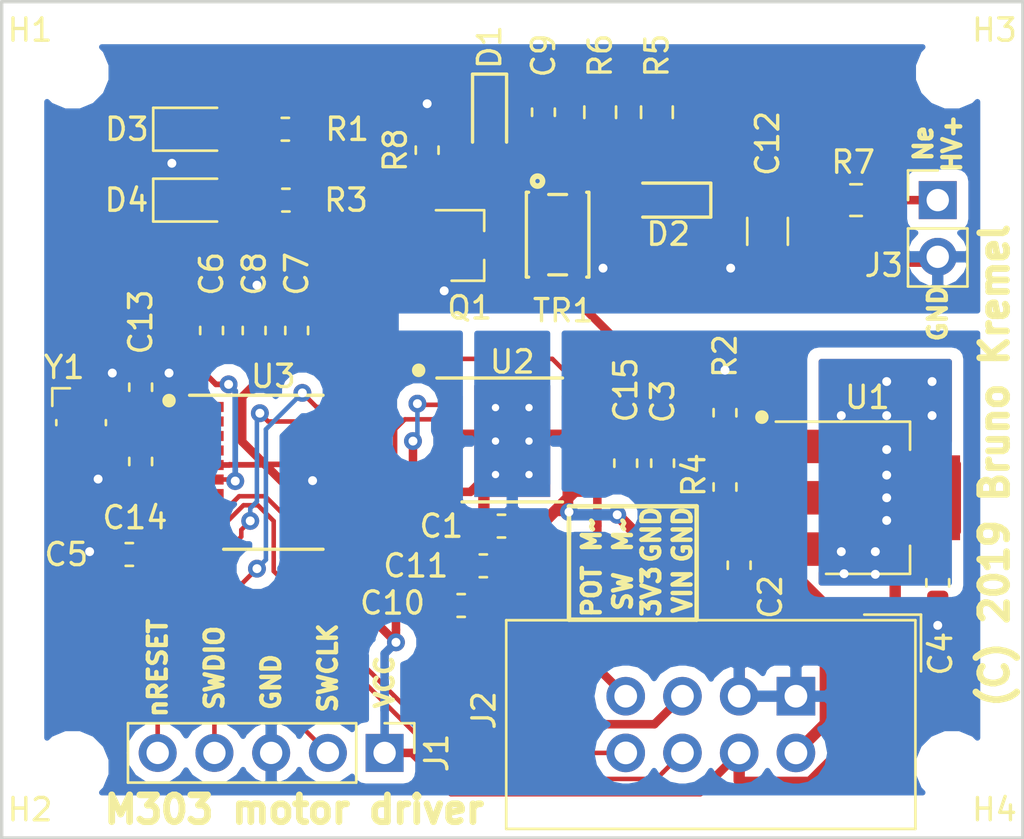
<source format=kicad_pcb>
(kicad_pcb (version 20171130) (host pcbnew "(5.0.0)")

  (general
    (thickness 1.6)
    (drawings 29)
    (tracks 333)
    (zones 0)
    (modules 40)
    (nets 28)
  )

  (page A4)
  (layers
    (0 F.Cu signal)
    (31 B.Cu signal)
    (33 F.Adhes user hide)
    (35 F.Paste user)
    (36 B.SilkS user hide)
    (37 F.SilkS user)
    (38 B.Mask user hide)
    (39 F.Mask user)
    (40 Dwgs.User user hide)
    (41 Cmts.User user hide)
    (42 Eco1.User user hide)
    (43 Eco2.User user hide)
    (44 Edge.Cuts user)
    (45 Margin user hide)
    (46 B.CrtYd user hide)
    (47 F.CrtYd user hide)
    (49 F.Fab user hide)
  )

  (setup
    (last_trace_width 0.25)
    (user_trace_width 0.127)
    (user_trace_width 0.2032)
    (user_trace_width 0.254)
    (user_trace_width 0.3048)
    (user_trace_width 0.381)
    (user_trace_width 0.508)
    (trace_clearance 0.2)
    (zone_clearance 0.0254)
    (zone_45_only no)
    (trace_min 0.127)
    (segment_width 0.2)
    (edge_width 0.15)
    (via_size 0.8)
    (via_drill 0.4)
    (via_min_size 0.6)
    (via_min_drill 0.3)
    (uvia_size 0.3)
    (uvia_drill 0.1)
    (uvias_allowed no)
    (uvia_min_size 0.2)
    (uvia_min_drill 0.1)
    (pcb_text_width 0.3)
    (pcb_text_size 1.5 1.5)
    (mod_edge_width 0.15)
    (mod_text_size 1 1)
    (mod_text_width 0.15)
    (pad_size 1.524 1.524)
    (pad_drill 0.762)
    (pad_to_mask_clearance 0.2)
    (aux_axis_origin 0 0)
    (visible_elements 7FFFFFFF)
    (pcbplotparams
      (layerselection 0x00020_7ffffffe)
      (usegerberextensions true)
      (usegerberattributes false)
      (usegerberadvancedattributes false)
      (creategerberjobfile false)
      (excludeedgelayer true)
      (linewidth 0.100000)
      (plotframeref false)
      (viasonmask false)
      (mode 1)
      (useauxorigin false)
      (hpglpennumber 1)
      (hpglpenspeed 20)
      (hpglpendiameter 15.000000)
      (psnegative false)
      (psa4output false)
      (plotreference true)
      (plotvalue true)
      (plotinvisibletext false)
      (padsonsilk false)
      (subtractmaskfromsilk false)
      (outputformat 1)
      (mirror false)
      (drillshape 0)
      (scaleselection 1)
      (outputdirectory "gerber/"))
  )

  (net 0 "")
  (net 1 GND)
  (net 2 +24V)
  (net 3 +3V3)
  (net 4 "Net-(C9-Pad2)")
  (net 5 "Net-(C12-Pad1)")
  (net 6 "Net-(D1-Pad2)")
  (net 7 "Net-(D2-Pad2)")
  (net 8 /SWCLK)
  (net 9 /SWDIO)
  (net 10 "Net-(J2-Pad5)")
  (net 11 /SPEED_POT_SLIDER)
  (net 12 "Net-(J2-Pad7)")
  (net 13 /33-45SW)
  (net 14 "Net-(J3-Pad1)")
  (net 15 "Net-(Q1-Pad1)")
  (net 16 "Net-(R2-Pad1)")
  (net 17 "Net-(C13-Pad1)")
  (net 18 "Net-(C14-Pad1)")
  (net 19 "Net-(C3-Pad2)")
  (net 20 "Net-(C5-Pad1)")
  (net 21 "Net-(C15-Pad1)")
  (net 22 "Net-(C15-Pad2)")
  (net 23 "Net-(D3-Pad2)")
  (net 24 "Net-(D4-Pad2)")
  (net 25 "Net-(R3-Pad1)")
  (net 26 "Net-(U2-Pad3)")
  (net 27 "Net-(U2-Pad16)")

  (net_class Default "This is the default net class."
    (clearance 0.2)
    (trace_width 0.25)
    (via_dia 0.8)
    (via_drill 0.4)
    (uvia_dia 0.3)
    (uvia_drill 0.1)
    (add_net +24V)
    (add_net +3V3)
    (add_net /33-45SW)
    (add_net /SPEED_POT_SLIDER)
    (add_net /SWCLK)
    (add_net /SWDIO)
    (add_net GND)
    (add_net "Net-(C12-Pad1)")
    (add_net "Net-(C13-Pad1)")
    (add_net "Net-(C14-Pad1)")
    (add_net "Net-(C15-Pad1)")
    (add_net "Net-(C15-Pad2)")
    (add_net "Net-(C3-Pad2)")
    (add_net "Net-(C5-Pad1)")
    (add_net "Net-(C9-Pad2)")
    (add_net "Net-(D1-Pad2)")
    (add_net "Net-(D2-Pad2)")
    (add_net "Net-(D3-Pad2)")
    (add_net "Net-(D4-Pad2)")
    (add_net "Net-(J2-Pad5)")
    (add_net "Net-(J2-Pad7)")
    (add_net "Net-(J3-Pad1)")
    (add_net "Net-(Q1-Pad1)")
    (add_net "Net-(R2-Pad1)")
    (add_net "Net-(R3-Pad1)")
    (add_net "Net-(U2-Pad16)")
    (add_net "Net-(U2-Pad3)")
  )

  (module Package_SO:TSSOP-20_4.4x6.5mm_P0.65mm (layer F.Cu) (tedit 5A02F25C) (tstamp 5CE546A3)
    (at 102.968 79.502)
    (descr "20-Lead Plastic Thin Shrink Small Outline (ST)-4.4 mm Body [TSSOP] (see Microchip Packaging Specification 00000049BS.pdf)")
    (tags "SSOP 0.65")
    (path /5CDA29DC)
    (attr smd)
    (fp_text reference U3 (at 0 -4.3) (layer F.SilkS)
      (effects (font (size 1 1) (thickness 0.15)))
    )
    (fp_text value STM32F070F6Px (at 0 4.3) (layer F.Fab)
      (effects (font (size 1 1) (thickness 0.15)))
    )
    (fp_text user %R (at 0 0) (layer F.Fab)
      (effects (font (size 0.8 0.8) (thickness 0.15)))
    )
    (fp_line (start -3.75 -3.45) (end 2.225 -3.45) (layer F.SilkS) (width 0.15))
    (fp_line (start -2.225 3.45) (end 2.225 3.45) (layer F.SilkS) (width 0.15))
    (fp_line (start -3.95 3.55) (end 3.95 3.55) (layer F.CrtYd) (width 0.05))
    (fp_line (start -3.95 -3.55) (end 3.95 -3.55) (layer F.CrtYd) (width 0.05))
    (fp_line (start 3.95 -3.55) (end 3.95 3.55) (layer F.CrtYd) (width 0.05))
    (fp_line (start -3.95 -3.55) (end -3.95 3.55) (layer F.CrtYd) (width 0.05))
    (fp_line (start -2.2 -2.25) (end -1.2 -3.25) (layer F.Fab) (width 0.15))
    (fp_line (start -2.2 3.25) (end -2.2 -2.25) (layer F.Fab) (width 0.15))
    (fp_line (start 2.2 3.25) (end -2.2 3.25) (layer F.Fab) (width 0.15))
    (fp_line (start 2.2 -3.25) (end 2.2 3.25) (layer F.Fab) (width 0.15))
    (fp_line (start -1.2 -3.25) (end 2.2 -3.25) (layer F.Fab) (width 0.15))
    (pad 20 smd rect (at 2.95 -2.925) (size 1.45 0.45) (layers F.Cu F.Paste F.Mask)
      (net 8 /SWCLK))
    (pad 19 smd rect (at 2.95 -2.275) (size 1.45 0.45) (layers F.Cu F.Paste F.Mask)
      (net 9 /SWDIO))
    (pad 18 smd rect (at 2.95 -1.625) (size 1.45 0.45) (layers F.Cu F.Paste F.Mask)
      (net 15 "Net-(Q1-Pad1)"))
    (pad 17 smd rect (at 2.95 -0.975) (size 1.45 0.45) (layers F.Cu F.Paste F.Mask))
    (pad 16 smd rect (at 2.95 -0.325) (size 1.45 0.45) (layers F.Cu F.Paste F.Mask)
      (net 3 +3V3))
    (pad 15 smd rect (at 2.95 0.325) (size 1.45 0.45) (layers F.Cu F.Paste F.Mask)
      (net 1 GND))
    (pad 14 smd rect (at 2.95 0.975) (size 1.45 0.45) (layers F.Cu F.Paste F.Mask))
    (pad 13 smd rect (at 2.95 1.625) (size 1.45 0.45) (layers F.Cu F.Paste F.Mask)
      (net 27 "Net-(U2-Pad16)"))
    (pad 12 smd rect (at 2.95 2.275) (size 1.45 0.45) (layers F.Cu F.Paste F.Mask)
      (net 26 "Net-(U2-Pad3)"))
    (pad 11 smd rect (at 2.95 2.925) (size 1.45 0.45) (layers F.Cu F.Paste F.Mask))
    (pad 10 smd rect (at -2.95 2.925) (size 1.45 0.45) (layers F.Cu F.Paste F.Mask))
    (pad 9 smd rect (at -2.95 2.275) (size 1.45 0.45) (layers F.Cu F.Paste F.Mask)
      (net 13 /33-45SW))
    (pad 8 smd rect (at -2.95 1.625) (size 1.45 0.45) (layers F.Cu F.Paste F.Mask)
      (net 11 /SPEED_POT_SLIDER))
    (pad 7 smd rect (at -2.95 0.975) (size 1.45 0.45) (layers F.Cu F.Paste F.Mask))
    (pad 6 smd rect (at -2.95 0.325) (size 1.45 0.45) (layers F.Cu F.Paste F.Mask)
      (net 25 "Net-(R3-Pad1)"))
    (pad 5 smd rect (at -2.95 -0.325) (size 1.45 0.45) (layers F.Cu F.Paste F.Mask)
      (net 3 +3V3))
    (pad 4 smd rect (at -2.95 -0.975) (size 1.45 0.45) (layers F.Cu F.Paste F.Mask)
      (net 20 "Net-(C5-Pad1)"))
    (pad 3 smd rect (at -2.95 -1.625) (size 1.45 0.45) (layers F.Cu F.Paste F.Mask)
      (net 18 "Net-(C14-Pad1)"))
    (pad 2 smd rect (at -2.95 -2.275) (size 1.45 0.45) (layers F.Cu F.Paste F.Mask)
      (net 17 "Net-(C13-Pad1)"))
    (pad 1 smd rect (at -2.95 -2.925) (size 1.45 0.45) (layers F.Cu F.Paste F.Mask)
      (net 1 GND))
    (model ${KISYS3DMOD}/Package_SO.3dshapes/TSSOP-20_4.4x6.5mm_P0.65mm.wrl
      (at (xyz 0 0 0))
      (scale (xyz 1 1 1))
      (rotate (xyz 0 0 0))
    )
  )

  (module Package_SO:HTSSOP-16-1EP_4.4x5mm_P0.65mm_EP3.4x5mm_Mask2.46x2.31mm_ThermalVias (layer F.Cu) (tedit 5A671464) (tstamp 5CE544DC)
    (at 113.665 78.105)
    (descr "16-Lead Plastic HTSSOP (4.4x5x1.2mm); Thermal pad with vias; (http://www.ti.com/lit/ds/symlink/drv8833.pdf)")
    (tags "SSOP 0.65")
    (path /5CC4CDD9)
    (attr smd)
    (fp_text reference U2 (at 0 -3.55) (layer F.SilkS)
      (effects (font (size 1 1) (thickness 0.15)))
    )
    (fp_text value DRV8816PWPR (at 0 3.55) (layer F.Fab)
      (effects (font (size 1 1) (thickness 0.15)))
    )
    (fp_line (start -3.375 -2.825) (end 2.25 -2.825) (layer F.SilkS) (width 0.15))
    (fp_line (start -2.25 2.725) (end 2.25 2.725) (layer F.SilkS) (width 0.15))
    (fp_line (start -3.5 2.8) (end 3.5 2.8) (layer F.CrtYd) (width 0.05))
    (fp_line (start -3.5 -2.9) (end 3.5 -2.9) (layer F.CrtYd) (width 0.05))
    (fp_line (start 3.5 -2.9) (end 3.5 2.8) (layer F.CrtYd) (width 0.05))
    (fp_line (start -3.5 -2.9) (end -3.5 2.8) (layer F.CrtYd) (width 0.05))
    (fp_line (start -2.2 -1.5) (end -1.2 -2.5) (layer F.Fab) (width 0.15))
    (fp_line (start -2.2 2.5) (end -2.2 -1.5) (layer F.Fab) (width 0.15))
    (fp_line (start 2.2 2.5) (end -2.2 2.5) (layer F.Fab) (width 0.15))
    (fp_line (start 2.2 -2.5) (end 2.2 2.5) (layer F.Fab) (width 0.15))
    (fp_line (start -1.2 -2.5) (end 2.2 -2.5) (layer F.Fab) (width 0.15))
    (fp_text user %R (at 0 0) (layer F.Fab)
      (effects (font (size 1 1) (thickness 0.15)))
    )
    (pad "" smd rect (at 0 0.66) (size 2.3 0.8) (layers F.Paste))
    (pad "" smd rect (at 0 -0.66) (size 2.3 0.8) (layers F.Paste))
    (pad "" smd rect (at 0 0) (size 2.46 2.31) (layers F.Mask))
    (pad 17 thru_hole circle (at 0.75 1.5) (size 0.75 0.75) (drill 0.33) (layers *.Cu)
      (net 1 GND))
    (pad 17 thru_hole circle (at -0.75 1.5) (size 0.75 0.75) (drill 0.33) (layers *.Cu)
      (net 1 GND))
    (pad 17 thru_hole circle (at 0.75 0) (size 0.75 0.75) (drill 0.33) (layers *.Cu)
      (net 1 GND))
    (pad 17 thru_hole circle (at -0.75 0) (size 0.75 0.75) (drill 0.33) (layers *.Cu)
      (net 1 GND))
    (pad 17 thru_hole circle (at 0.75 -1.5) (size 0.75 0.75) (drill 0.33) (layers *.Cu)
      (net 1 GND))
    (pad 17 thru_hole circle (at -0.75 -1.5) (size 0.75 0.75) (drill 0.33) (layers *.Cu)
      (net 1 GND))
    (pad 17 smd rect (at 0 0) (size 3.4 5) (layers F.Cu)
      (net 1 GND))
    (pad 16 smd rect (at 2.775 -2.275) (size 1.05 0.45) (layers F.Cu F.Paste F.Mask)
      (net 27 "Net-(U2-Pad16)"))
    (pad 15 smd rect (at 2.775 -1.625) (size 1.05 0.45) (layers F.Cu F.Paste F.Mask))
    (pad 14 smd rect (at 2.775 -0.975) (size 1.05 0.45) (layers F.Cu F.Paste F.Mask)
      (net 19 "Net-(C3-Pad2)"))
    (pad 13 smd rect (at 2.775 -0.325) (size 1.05 0.45) (layers F.Cu F.Paste F.Mask)
      (net 1 GND))
    (pad 12 smd rect (at 2.775 0.325) (size 1.05 0.45) (layers F.Cu F.Paste F.Mask)
      (net 22 "Net-(C15-Pad2)"))
    (pad 11 smd rect (at 2.775 0.975) (size 1.05 0.45) (layers F.Cu F.Paste F.Mask)
      (net 21 "Net-(C15-Pad1)"))
    (pad 10 smd rect (at 2.775 1.625) (size 1.05 0.45) (layers F.Cu F.Paste F.Mask)
      (net 12 "Net-(J2-Pad7)"))
    (pad 9 smd rect (at 2.775 2.275) (size 1.05 0.45) (layers F.Cu F.Paste F.Mask)
      (net 2 +24V))
    (pad 8 smd rect (at -2.775 2.275) (size 1.05 0.45) (layers F.Cu F.Paste F.Mask)
      (net 1 GND))
    (pad 7 smd rect (at -2.775 1.625) (size 1.05 0.45) (layers F.Cu F.Paste F.Mask)
      (net 10 "Net-(J2-Pad5)"))
    (pad 6 smd rect (at -2.775 0.975) (size 1.05 0.45) (layers F.Cu F.Paste F.Mask)
      (net 3 +3V3))
    (pad 5 smd rect (at -2.775 0.325) (size 1.05 0.45) (layers F.Cu F.Paste F.Mask)
      (net 3 +3V3))
    (pad 4 smd rect (at -2.775 -0.325) (size 1.05 0.45) (layers F.Cu F.Paste F.Mask)
      (net 1 GND))
    (pad 3 smd rect (at -2.775 -0.975) (size 1.05 0.45) (layers F.Cu F.Paste F.Mask)
      (net 26 "Net-(U2-Pad3)"))
    (pad 2 smd rect (at -2.775 -1.625) (size 1.05 0.45) (layers F.Cu F.Paste F.Mask)
      (net 3 +3V3))
    (pad 1 smd rect (at -2.775 -2.275) (size 1.05 0.45) (layers F.Cu F.Paste F.Mask))
    (pad 17 smd rect (at 0 0) (size 3.4 5) (layers B.Cu)
      (net 1 GND) (solder_paste_margin_ratio -0.2))
    (model ${KISYS3DMOD}/Package_SO.3dshapes/TSSOP-16-1EP_4.4x5mm_Pitch0.65mm_EP3.4x5mm.wrl
      (at (xyz 0 0 0))
      (scale (xyz 1 1 1))
      (rotate (xyz 0 0 0))
    )
  )

  (module Capacitor_SMD:C_0603_1608Metric (layer F.Cu) (tedit 5B301BBE) (tstamp 5CE54660)
    (at 111.379 85.471 180)
    (descr "Capacitor SMD 0603 (1608 Metric), square (rectangular) end terminal, IPC_7351 nominal, (Body size source: http://www.tortai-tech.com/upload/download/2011102023233369053.pdf), generated with kicad-footprint-generator")
    (tags capacitor)
    (path /5C5333B1)
    (attr smd)
    (fp_text reference C10 (at 3.075163 0.114082 180) (layer F.SilkS)
      (effects (font (size 1 1) (thickness 0.15)))
    )
    (fp_text value 4u7 (at 0 1.43 180) (layer F.Fab)
      (effects (font (size 1 1) (thickness 0.15)))
    )
    (fp_text user %R (at 0 0 180) (layer F.Fab)
      (effects (font (size 0.4 0.4) (thickness 0.06)))
    )
    (fp_line (start 1.48 0.73) (end -1.48 0.73) (layer F.CrtYd) (width 0.05))
    (fp_line (start 1.48 -0.73) (end 1.48 0.73) (layer F.CrtYd) (width 0.05))
    (fp_line (start -1.48 -0.73) (end 1.48 -0.73) (layer F.CrtYd) (width 0.05))
    (fp_line (start -1.48 0.73) (end -1.48 -0.73) (layer F.CrtYd) (width 0.05))
    (fp_line (start -0.162779 0.51) (end 0.162779 0.51) (layer F.SilkS) (width 0.12))
    (fp_line (start -0.162779 -0.51) (end 0.162779 -0.51) (layer F.SilkS) (width 0.12))
    (fp_line (start 0.8 0.4) (end -0.8 0.4) (layer F.Fab) (width 0.1))
    (fp_line (start 0.8 -0.4) (end 0.8 0.4) (layer F.Fab) (width 0.1))
    (fp_line (start -0.8 -0.4) (end 0.8 -0.4) (layer F.Fab) (width 0.1))
    (fp_line (start -0.8 0.4) (end -0.8 -0.4) (layer F.Fab) (width 0.1))
    (pad 2 smd roundrect (at 0.7875 0 180) (size 0.875 0.95) (layers F.Cu F.Paste F.Mask) (roundrect_rratio 0.25)
      (net 1 GND))
    (pad 1 smd roundrect (at -0.7875 0 180) (size 0.875 0.95) (layers F.Cu F.Paste F.Mask) (roundrect_rratio 0.25)
      (net 2 +24V))
    (model ${KISYS3DMOD}/Capacitor_SMD.3dshapes/C_0603_1608Metric.wrl
      (at (xyz 0 0 0))
      (scale (xyz 1 1 1))
      (rotate (xyz 0 0 0))
    )
  )

  (module Capacitor_SMD:C_0603_1608Metric (layer F.Cu) (tedit 5B301BBE) (tstamp 5CE54630)
    (at 113.1825 81.915 180)
    (descr "Capacitor SMD 0603 (1608 Metric), square (rectangular) end terminal, IPC_7351 nominal, (Body size source: http://www.tortai-tech.com/upload/download/2011102023233369053.pdf), generated with kicad-footprint-generator")
    (tags capacitor)
    (path /5CCA95DA)
    (attr smd)
    (fp_text reference C1 (at 2.6925 0 180) (layer F.SilkS)
      (effects (font (size 1 1) (thickness 0.15)))
    )
    (fp_text value 100n (at 0 1.43 180) (layer F.Fab)
      (effects (font (size 1 1) (thickness 0.15)))
    )
    (fp_text user %R (at 0 0 180) (layer F.Fab)
      (effects (font (size 0.4 0.4) (thickness 0.06)))
    )
    (fp_line (start 1.48 0.73) (end -1.48 0.73) (layer F.CrtYd) (width 0.05))
    (fp_line (start 1.48 -0.73) (end 1.48 0.73) (layer F.CrtYd) (width 0.05))
    (fp_line (start -1.48 -0.73) (end 1.48 -0.73) (layer F.CrtYd) (width 0.05))
    (fp_line (start -1.48 0.73) (end -1.48 -0.73) (layer F.CrtYd) (width 0.05))
    (fp_line (start -0.162779 0.51) (end 0.162779 0.51) (layer F.SilkS) (width 0.12))
    (fp_line (start -0.162779 -0.51) (end 0.162779 -0.51) (layer F.SilkS) (width 0.12))
    (fp_line (start 0.8 0.4) (end -0.8 0.4) (layer F.Fab) (width 0.1))
    (fp_line (start 0.8 -0.4) (end 0.8 0.4) (layer F.Fab) (width 0.1))
    (fp_line (start -0.8 -0.4) (end 0.8 -0.4) (layer F.Fab) (width 0.1))
    (fp_line (start -0.8 0.4) (end -0.8 -0.4) (layer F.Fab) (width 0.1))
    (pad 2 smd roundrect (at 0.7875 0 180) (size 0.875 0.95) (layers F.Cu F.Paste F.Mask) (roundrect_rratio 0.25)
      (net 1 GND))
    (pad 1 smd roundrect (at -0.7875 0 180) (size 0.875 0.95) (layers F.Cu F.Paste F.Mask) (roundrect_rratio 0.25)
      (net 2 +24V))
    (model ${KISYS3DMOD}/Capacitor_SMD.3dshapes/C_0603_1608Metric.wrl
      (at (xyz 0 0 0))
      (scale (xyz 1 1 1))
      (rotate (xyz 0 0 0))
    )
  )

  (module Capacitor_SMD:C_0603_1608Metric (layer F.Cu) (tedit 5B301BBE) (tstamp 5CE54600)
    (at 112.3695 83.693 180)
    (descr "Capacitor SMD 0603 (1608 Metric), square (rectangular) end terminal, IPC_7351 nominal, (Body size source: http://www.tortai-tech.com/upload/download/2011102023233369053.pdf), generated with kicad-footprint-generator")
    (tags capacitor)
    (path /5C533437)
    (attr smd)
    (fp_text reference C11 (at 3.0225 0 180) (layer F.SilkS)
      (effects (font (size 1 1) (thickness 0.15)))
    )
    (fp_text value 4u7 (at 0 1.43 180) (layer F.Fab)
      (effects (font (size 1 1) (thickness 0.15)))
    )
    (fp_text user %R (at 0 0 180) (layer F.Fab)
      (effects (font (size 0.4 0.4) (thickness 0.06)))
    )
    (fp_line (start 1.48 0.73) (end -1.48 0.73) (layer F.CrtYd) (width 0.05))
    (fp_line (start 1.48 -0.73) (end 1.48 0.73) (layer F.CrtYd) (width 0.05))
    (fp_line (start -1.48 -0.73) (end 1.48 -0.73) (layer F.CrtYd) (width 0.05))
    (fp_line (start -1.48 0.73) (end -1.48 -0.73) (layer F.CrtYd) (width 0.05))
    (fp_line (start -0.162779 0.51) (end 0.162779 0.51) (layer F.SilkS) (width 0.12))
    (fp_line (start -0.162779 -0.51) (end 0.162779 -0.51) (layer F.SilkS) (width 0.12))
    (fp_line (start 0.8 0.4) (end -0.8 0.4) (layer F.Fab) (width 0.1))
    (fp_line (start 0.8 -0.4) (end 0.8 0.4) (layer F.Fab) (width 0.1))
    (fp_line (start -0.8 -0.4) (end 0.8 -0.4) (layer F.Fab) (width 0.1))
    (fp_line (start -0.8 0.4) (end -0.8 -0.4) (layer F.Fab) (width 0.1))
    (pad 2 smd roundrect (at 0.7875 0 180) (size 0.875 0.95) (layers F.Cu F.Paste F.Mask) (roundrect_rratio 0.25)
      (net 1 GND))
    (pad 1 smd roundrect (at -0.7875 0 180) (size 0.875 0.95) (layers F.Cu F.Paste F.Mask) (roundrect_rratio 0.25)
      (net 2 +24V))
    (model ${KISYS3DMOD}/Capacitor_SMD.3dshapes/C_0603_1608Metric.wrl
      (at (xyz 0 0 0))
      (scale (xyz 1 1 1))
      (rotate (xyz 0 0 0))
    )
  )

  (module Capacitor_SMD:C_0603_1608Metric (layer F.Cu) (tedit 5B301BBE) (tstamp 5CE545D0)
    (at 118.745 79.0955 90)
    (descr "Capacitor SMD 0603 (1608 Metric), square (rectangular) end terminal, IPC_7351 nominal, (Body size source: http://www.tortai-tech.com/upload/download/2011102023233369053.pdf), generated with kicad-footprint-generator")
    (tags capacitor)
    (path /5CD07263)
    (attr smd)
    (fp_text reference C15 (at 3.2765 0 90) (layer F.SilkS)
      (effects (font (size 1 1) (thickness 0.15)))
    )
    (fp_text value 100n (at 0 1.43 90) (layer F.Fab)
      (effects (font (size 1 1) (thickness 0.15)))
    )
    (fp_text user %R (at 0 0 90) (layer F.Fab)
      (effects (font (size 0.4 0.4) (thickness 0.06)))
    )
    (fp_line (start 1.48 0.73) (end -1.48 0.73) (layer F.CrtYd) (width 0.05))
    (fp_line (start 1.48 -0.73) (end 1.48 0.73) (layer F.CrtYd) (width 0.05))
    (fp_line (start -1.48 -0.73) (end 1.48 -0.73) (layer F.CrtYd) (width 0.05))
    (fp_line (start -1.48 0.73) (end -1.48 -0.73) (layer F.CrtYd) (width 0.05))
    (fp_line (start -0.162779 0.51) (end 0.162779 0.51) (layer F.SilkS) (width 0.12))
    (fp_line (start -0.162779 -0.51) (end 0.162779 -0.51) (layer F.SilkS) (width 0.12))
    (fp_line (start 0.8 0.4) (end -0.8 0.4) (layer F.Fab) (width 0.1))
    (fp_line (start 0.8 -0.4) (end 0.8 0.4) (layer F.Fab) (width 0.1))
    (fp_line (start -0.8 -0.4) (end 0.8 -0.4) (layer F.Fab) (width 0.1))
    (fp_line (start -0.8 0.4) (end -0.8 -0.4) (layer F.Fab) (width 0.1))
    (pad 2 smd roundrect (at 0.7875 0 90) (size 0.875 0.95) (layers F.Cu F.Paste F.Mask) (roundrect_rratio 0.25)
      (net 22 "Net-(C15-Pad2)"))
    (pad 1 smd roundrect (at -0.7875 0 90) (size 0.875 0.95) (layers F.Cu F.Paste F.Mask) (roundrect_rratio 0.25)
      (net 21 "Net-(C15-Pad1)"))
    (model ${KISYS3DMOD}/Capacitor_SMD.3dshapes/C_0603_1608Metric.wrl
      (at (xyz 0 0 0))
      (scale (xyz 1 1 1))
      (rotate (xyz 0 0 0))
    )
  )

  (module Capacitor_SMD:C_0603_1608Metric (layer F.Cu) (tedit 5B301BBE) (tstamp 5CE553CF)
    (at 123.825 83.6675 270)
    (descr "Capacitor SMD 0603 (1608 Metric), square (rectangular) end terminal, IPC_7351 nominal, (Body size source: http://www.tortai-tech.com/upload/download/2011102023233369053.pdf), generated with kicad-footprint-generator")
    (tags capacitor)
    (path /5BC28C76)
    (attr smd)
    (fp_text reference C2 (at 1.4225 -1.397 90) (layer F.SilkS)
      (effects (font (size 1 1) (thickness 0.15)))
    )
    (fp_text value 1u (at 0 1.43 270) (layer F.Fab)
      (effects (font (size 1 1) (thickness 0.15)))
    )
    (fp_text user %R (at 0 0 270) (layer F.Fab)
      (effects (font (size 0.4 0.4) (thickness 0.06)))
    )
    (fp_line (start 1.48 0.73) (end -1.48 0.73) (layer F.CrtYd) (width 0.05))
    (fp_line (start 1.48 -0.73) (end 1.48 0.73) (layer F.CrtYd) (width 0.05))
    (fp_line (start -1.48 -0.73) (end 1.48 -0.73) (layer F.CrtYd) (width 0.05))
    (fp_line (start -1.48 0.73) (end -1.48 -0.73) (layer F.CrtYd) (width 0.05))
    (fp_line (start -0.162779 0.51) (end 0.162779 0.51) (layer F.SilkS) (width 0.12))
    (fp_line (start -0.162779 -0.51) (end 0.162779 -0.51) (layer F.SilkS) (width 0.12))
    (fp_line (start 0.8 0.4) (end -0.8 0.4) (layer F.Fab) (width 0.1))
    (fp_line (start 0.8 -0.4) (end 0.8 0.4) (layer F.Fab) (width 0.1))
    (fp_line (start -0.8 -0.4) (end 0.8 -0.4) (layer F.Fab) (width 0.1))
    (fp_line (start -0.8 0.4) (end -0.8 -0.4) (layer F.Fab) (width 0.1))
    (pad 2 smd roundrect (at 0.7875 0 270) (size 0.875 0.95) (layers F.Cu F.Paste F.Mask) (roundrect_rratio 0.25)
      (net 1 GND))
    (pad 1 smd roundrect (at -0.7875 0 270) (size 0.875 0.95) (layers F.Cu F.Paste F.Mask) (roundrect_rratio 0.25)
      (net 2 +24V))
    (model ${KISYS3DMOD}/Capacitor_SMD.3dshapes/C_0603_1608Metric.wrl
      (at (xyz 0 0 0))
      (scale (xyz 1 1 1))
      (rotate (xyz 0 0 0))
    )
  )

  (module Capacitor_SMD:C_0603_1608Metric (layer F.Cu) (tedit 5B301BBE) (tstamp 5CE54570)
    (at 120.396 79.0955 90)
    (descr "Capacitor SMD 0603 (1608 Metric), square (rectangular) end terminal, IPC_7351 nominal, (Body size source: http://www.tortai-tech.com/upload/download/2011102023233369053.pdf), generated with kicad-footprint-generator")
    (tags capacitor)
    (path /5CCB084F)
    (attr smd)
    (fp_text reference C3 (at 2.7685 0 90) (layer F.SilkS)
      (effects (font (size 1 1) (thickness 0.15)))
    )
    (fp_text value 100n (at 0 1.43 90) (layer F.Fab)
      (effects (font (size 1 1) (thickness 0.15)))
    )
    (fp_text user %R (at 0 0 90) (layer F.Fab)
      (effects (font (size 0.4 0.4) (thickness 0.06)))
    )
    (fp_line (start 1.48 0.73) (end -1.48 0.73) (layer F.CrtYd) (width 0.05))
    (fp_line (start 1.48 -0.73) (end 1.48 0.73) (layer F.CrtYd) (width 0.05))
    (fp_line (start -1.48 -0.73) (end 1.48 -0.73) (layer F.CrtYd) (width 0.05))
    (fp_line (start -1.48 0.73) (end -1.48 -0.73) (layer F.CrtYd) (width 0.05))
    (fp_line (start -0.162779 0.51) (end 0.162779 0.51) (layer F.SilkS) (width 0.12))
    (fp_line (start -0.162779 -0.51) (end 0.162779 -0.51) (layer F.SilkS) (width 0.12))
    (fp_line (start 0.8 0.4) (end -0.8 0.4) (layer F.Fab) (width 0.1))
    (fp_line (start 0.8 -0.4) (end 0.8 0.4) (layer F.Fab) (width 0.1))
    (fp_line (start -0.8 -0.4) (end 0.8 -0.4) (layer F.Fab) (width 0.1))
    (fp_line (start -0.8 0.4) (end -0.8 -0.4) (layer F.Fab) (width 0.1))
    (pad 2 smd roundrect (at 0.7875 0 90) (size 0.875 0.95) (layers F.Cu F.Paste F.Mask) (roundrect_rratio 0.25)
      (net 19 "Net-(C3-Pad2)"))
    (pad 1 smd roundrect (at -0.7875 0 90) (size 0.875 0.95) (layers F.Cu F.Paste F.Mask) (roundrect_rratio 0.25)
      (net 2 +24V))
    (model ${KISYS3DMOD}/Capacitor_SMD.3dshapes/C_0603_1608Metric.wrl
      (at (xyz 0 0 0))
      (scale (xyz 1 1 1))
      (rotate (xyz 0 0 0))
    )
  )

  (module Capacitor_SMD:C_0603_1608Metric (layer F.Cu) (tedit 5B301BBE) (tstamp 5CE54540)
    (at 132.715 84.455 270)
    (descr "Capacitor SMD 0603 (1608 Metric), square (rectangular) end terminal, IPC_7351 nominal, (Body size source: http://www.tortai-tech.com/upload/download/2011102023233369053.pdf), generated with kicad-footprint-generator")
    (tags capacitor)
    (path /5BC28DDA)
    (attr smd)
    (fp_text reference C4 (at 3.175 -0.127 270) (layer F.SilkS)
      (effects (font (size 1 1) (thickness 0.15)))
    )
    (fp_text value 4u7 (at 0 1.43 270) (layer F.Fab)
      (effects (font (size 1 1) (thickness 0.15)))
    )
    (fp_text user %R (at 0 0 270) (layer F.Fab)
      (effects (font (size 0.4 0.4) (thickness 0.06)))
    )
    (fp_line (start 1.48 0.73) (end -1.48 0.73) (layer F.CrtYd) (width 0.05))
    (fp_line (start 1.48 -0.73) (end 1.48 0.73) (layer F.CrtYd) (width 0.05))
    (fp_line (start -1.48 -0.73) (end 1.48 -0.73) (layer F.CrtYd) (width 0.05))
    (fp_line (start -1.48 0.73) (end -1.48 -0.73) (layer F.CrtYd) (width 0.05))
    (fp_line (start -0.162779 0.51) (end 0.162779 0.51) (layer F.SilkS) (width 0.12))
    (fp_line (start -0.162779 -0.51) (end 0.162779 -0.51) (layer F.SilkS) (width 0.12))
    (fp_line (start 0.8 0.4) (end -0.8 0.4) (layer F.Fab) (width 0.1))
    (fp_line (start 0.8 -0.4) (end 0.8 0.4) (layer F.Fab) (width 0.1))
    (fp_line (start -0.8 -0.4) (end 0.8 -0.4) (layer F.Fab) (width 0.1))
    (fp_line (start -0.8 0.4) (end -0.8 -0.4) (layer F.Fab) (width 0.1))
    (pad 2 smd roundrect (at 0.7875 0 270) (size 0.875 0.95) (layers F.Cu F.Paste F.Mask) (roundrect_rratio 0.25)
      (net 1 GND))
    (pad 1 smd roundrect (at -0.7875 0 270) (size 0.875 0.95) (layers F.Cu F.Paste F.Mask) (roundrect_rratio 0.25)
      (net 3 +3V3))
    (model ${KISYS3DMOD}/Capacitor_SMD.3dshapes/C_0603_1608Metric.wrl
      (at (xyz 0 0 0))
      (scale (xyz 1 1 1))
      (rotate (xyz 0 0 0))
    )
  )

  (module Capacitor_SMD:C_0603_1608Metric (layer F.Cu) (tedit 5B301BBE) (tstamp 5CE54492)
    (at 96.52 83.185 180)
    (descr "Capacitor SMD 0603 (1608 Metric), square (rectangular) end terminal, IPC_7351 nominal, (Body size source: http://www.tortai-tech.com/upload/download/2011102023233369053.pdf), generated with kicad-footprint-generator")
    (tags capacitor)
    (path /5C2DAD9D)
    (attr smd)
    (fp_text reference C5 (at 2.8195 0 180) (layer F.SilkS)
      (effects (font (size 1 1) (thickness 0.15)))
    )
    (fp_text value 100n (at 0 1.43 180) (layer F.Fab)
      (effects (font (size 1 1) (thickness 0.15)))
    )
    (fp_text user %R (at 0 0 180) (layer F.Fab)
      (effects (font (size 0.4 0.4) (thickness 0.06)))
    )
    (fp_line (start 1.48 0.73) (end -1.48 0.73) (layer F.CrtYd) (width 0.05))
    (fp_line (start 1.48 -0.73) (end 1.48 0.73) (layer F.CrtYd) (width 0.05))
    (fp_line (start -1.48 -0.73) (end 1.48 -0.73) (layer F.CrtYd) (width 0.05))
    (fp_line (start -1.48 0.73) (end -1.48 -0.73) (layer F.CrtYd) (width 0.05))
    (fp_line (start -0.162779 0.51) (end 0.162779 0.51) (layer F.SilkS) (width 0.12))
    (fp_line (start -0.162779 -0.51) (end 0.162779 -0.51) (layer F.SilkS) (width 0.12))
    (fp_line (start 0.8 0.4) (end -0.8 0.4) (layer F.Fab) (width 0.1))
    (fp_line (start 0.8 -0.4) (end 0.8 0.4) (layer F.Fab) (width 0.1))
    (fp_line (start -0.8 -0.4) (end 0.8 -0.4) (layer F.Fab) (width 0.1))
    (fp_line (start -0.8 0.4) (end -0.8 -0.4) (layer F.Fab) (width 0.1))
    (pad 2 smd roundrect (at 0.7875 0 180) (size 0.875 0.95) (layers F.Cu F.Paste F.Mask) (roundrect_rratio 0.25)
      (net 1 GND))
    (pad 1 smd roundrect (at -0.7875 0 180) (size 0.875 0.95) (layers F.Cu F.Paste F.Mask) (roundrect_rratio 0.25)
      (net 20 "Net-(C5-Pad1)"))
    (model ${KISYS3DMOD}/Capacitor_SMD.3dshapes/C_0603_1608Metric.wrl
      (at (xyz 0 0 0))
      (scale (xyz 1 1 1))
      (rotate (xyz 0 0 0))
    )
  )

  (module Capacitor_SMD:C_0603_1608Metric (layer F.Cu) (tedit 5B301BBE) (tstamp 5CEC5C2E)
    (at 100.203 73.152 90)
    (descr "Capacitor SMD 0603 (1608 Metric), square (rectangular) end terminal, IPC_7351 nominal, (Body size source: http://www.tortai-tech.com/upload/download/2011102023233369053.pdf), generated with kicad-footprint-generator")
    (tags capacitor)
    (path /5C2E5320)
    (attr smd)
    (fp_text reference C6 (at 2.54 0 90) (layer F.SilkS)
      (effects (font (size 1 1) (thickness 0.15)))
    )
    (fp_text value 1u (at 0 1.43 90) (layer F.Fab)
      (effects (font (size 1 1) (thickness 0.15)))
    )
    (fp_text user %R (at 0 0 90) (layer F.Fab)
      (effects (font (size 0.4 0.4) (thickness 0.06)))
    )
    (fp_line (start 1.48 0.73) (end -1.48 0.73) (layer F.CrtYd) (width 0.05))
    (fp_line (start 1.48 -0.73) (end 1.48 0.73) (layer F.CrtYd) (width 0.05))
    (fp_line (start -1.48 -0.73) (end 1.48 -0.73) (layer F.CrtYd) (width 0.05))
    (fp_line (start -1.48 0.73) (end -1.48 -0.73) (layer F.CrtYd) (width 0.05))
    (fp_line (start -0.162779 0.51) (end 0.162779 0.51) (layer F.SilkS) (width 0.12))
    (fp_line (start -0.162779 -0.51) (end 0.162779 -0.51) (layer F.SilkS) (width 0.12))
    (fp_line (start 0.8 0.4) (end -0.8 0.4) (layer F.Fab) (width 0.1))
    (fp_line (start 0.8 -0.4) (end 0.8 0.4) (layer F.Fab) (width 0.1))
    (fp_line (start -0.8 -0.4) (end 0.8 -0.4) (layer F.Fab) (width 0.1))
    (fp_line (start -0.8 0.4) (end -0.8 -0.4) (layer F.Fab) (width 0.1))
    (pad 2 smd roundrect (at 0.7875 0 90) (size 0.875 0.95) (layers F.Cu F.Paste F.Mask) (roundrect_rratio 0.25)
      (net 1 GND))
    (pad 1 smd roundrect (at -0.7875 0 90) (size 0.875 0.95) (layers F.Cu F.Paste F.Mask) (roundrect_rratio 0.25)
      (net 3 +3V3))
    (model ${KISYS3DMOD}/Capacitor_SMD.3dshapes/C_0603_1608Metric.wrl
      (at (xyz 0 0 0))
      (scale (xyz 1 1 1))
      (rotate (xyz 0 0 0))
    )
  )

  (module Capacitor_SMD:C_0603_1608Metric (layer F.Cu) (tedit 5B301BBE) (tstamp 5CEC5BCE)
    (at 104.013 73.152 90)
    (descr "Capacitor SMD 0603 (1608 Metric), square (rectangular) end terminal, IPC_7351 nominal, (Body size source: http://www.tortai-tech.com/upload/download/2011102023233369053.pdf), generated with kicad-footprint-generator")
    (tags capacitor)
    (path /5C2E52A8)
    (attr smd)
    (fp_text reference C7 (at 2.54 0 90) (layer F.SilkS)
      (effects (font (size 1 1) (thickness 0.15)))
    )
    (fp_text value 10n (at 0 1.43 90) (layer F.Fab)
      (effects (font (size 1 1) (thickness 0.15)))
    )
    (fp_text user %R (at 0 0 90) (layer F.Fab)
      (effects (font (size 0.4 0.4) (thickness 0.06)))
    )
    (fp_line (start 1.48 0.73) (end -1.48 0.73) (layer F.CrtYd) (width 0.05))
    (fp_line (start 1.48 -0.73) (end 1.48 0.73) (layer F.CrtYd) (width 0.05))
    (fp_line (start -1.48 -0.73) (end 1.48 -0.73) (layer F.CrtYd) (width 0.05))
    (fp_line (start -1.48 0.73) (end -1.48 -0.73) (layer F.CrtYd) (width 0.05))
    (fp_line (start -0.162779 0.51) (end 0.162779 0.51) (layer F.SilkS) (width 0.12))
    (fp_line (start -0.162779 -0.51) (end 0.162779 -0.51) (layer F.SilkS) (width 0.12))
    (fp_line (start 0.8 0.4) (end -0.8 0.4) (layer F.Fab) (width 0.1))
    (fp_line (start 0.8 -0.4) (end 0.8 0.4) (layer F.Fab) (width 0.1))
    (fp_line (start -0.8 -0.4) (end 0.8 -0.4) (layer F.Fab) (width 0.1))
    (fp_line (start -0.8 0.4) (end -0.8 -0.4) (layer F.Fab) (width 0.1))
    (pad 2 smd roundrect (at 0.7875 0 90) (size 0.875 0.95) (layers F.Cu F.Paste F.Mask) (roundrect_rratio 0.25)
      (net 1 GND))
    (pad 1 smd roundrect (at -0.7875 0 90) (size 0.875 0.95) (layers F.Cu F.Paste F.Mask) (roundrect_rratio 0.25)
      (net 3 +3V3))
    (model ${KISYS3DMOD}/Capacitor_SMD.3dshapes/C_0603_1608Metric.wrl
      (at (xyz 0 0 0))
      (scale (xyz 1 1 1))
      (rotate (xyz 0 0 0))
    )
  )

  (module Capacitor_SMD:C_0603_1608Metric (layer F.Cu) (tedit 5B301BBE) (tstamp 5CEC5BFE)
    (at 102.108 73.152 90)
    (descr "Capacitor SMD 0603 (1608 Metric), square (rectangular) end terminal, IPC_7351 nominal, (Body size source: http://www.tortai-tech.com/upload/download/2011102023233369053.pdf), generated with kicad-footprint-generator")
    (tags capacitor)
    (path /5C2E5228)
    (attr smd)
    (fp_text reference C8 (at 2.54 0 90) (layer F.SilkS)
      (effects (font (size 1 1) (thickness 0.15)))
    )
    (fp_text value 100n (at 0 1.43 90) (layer F.Fab)
      (effects (font (size 1 1) (thickness 0.15)))
    )
    (fp_text user %R (at 0 0 90) (layer F.Fab)
      (effects (font (size 0.4 0.4) (thickness 0.06)))
    )
    (fp_line (start 1.48 0.73) (end -1.48 0.73) (layer F.CrtYd) (width 0.05))
    (fp_line (start 1.48 -0.73) (end 1.48 0.73) (layer F.CrtYd) (width 0.05))
    (fp_line (start -1.48 -0.73) (end 1.48 -0.73) (layer F.CrtYd) (width 0.05))
    (fp_line (start -1.48 0.73) (end -1.48 -0.73) (layer F.CrtYd) (width 0.05))
    (fp_line (start -0.162779 0.51) (end 0.162779 0.51) (layer F.SilkS) (width 0.12))
    (fp_line (start -0.162779 -0.51) (end 0.162779 -0.51) (layer F.SilkS) (width 0.12))
    (fp_line (start 0.8 0.4) (end -0.8 0.4) (layer F.Fab) (width 0.1))
    (fp_line (start 0.8 -0.4) (end 0.8 0.4) (layer F.Fab) (width 0.1))
    (fp_line (start -0.8 -0.4) (end 0.8 -0.4) (layer F.Fab) (width 0.1))
    (fp_line (start -0.8 0.4) (end -0.8 -0.4) (layer F.Fab) (width 0.1))
    (pad 2 smd roundrect (at 0.7875 0 90) (size 0.875 0.95) (layers F.Cu F.Paste F.Mask) (roundrect_rratio 0.25)
      (net 1 GND))
    (pad 1 smd roundrect (at -0.7875 0 90) (size 0.875 0.95) (layers F.Cu F.Paste F.Mask) (roundrect_rratio 0.25)
      (net 3 +3V3))
    (model ${KISYS3DMOD}/Capacitor_SMD.3dshapes/C_0603_1608Metric.wrl
      (at (xyz 0 0 0))
      (scale (xyz 1 1 1))
      (rotate (xyz 0 0 0))
    )
  )

  (module Capacitor_SMD:C_0603_1608Metric (layer F.Cu) (tedit 5B301BBE) (tstamp 5CEC55E4)
    (at 115.062 63.373 90)
    (descr "Capacitor SMD 0603 (1608 Metric), square (rectangular) end terminal, IPC_7351 nominal, (Body size source: http://www.tortai-tech.com/upload/download/2011102023233369053.pdf), generated with kicad-footprint-generator")
    (tags capacitor)
    (path /5C2B752B)
    (attr smd)
    (fp_text reference C9 (at 2.54 0 90) (layer F.SilkS)
      (effects (font (size 1 1) (thickness 0.15)))
    )
    (fp_text value 0.1u/50V (at 0 1.43 90) (layer F.Fab)
      (effects (font (size 1 1) (thickness 0.15)))
    )
    (fp_text user %R (at 0 0 90) (layer F.Fab)
      (effects (font (size 0.4 0.4) (thickness 0.06)))
    )
    (fp_line (start 1.48 0.73) (end -1.48 0.73) (layer F.CrtYd) (width 0.05))
    (fp_line (start 1.48 -0.73) (end 1.48 0.73) (layer F.CrtYd) (width 0.05))
    (fp_line (start -1.48 -0.73) (end 1.48 -0.73) (layer F.CrtYd) (width 0.05))
    (fp_line (start -1.48 0.73) (end -1.48 -0.73) (layer F.CrtYd) (width 0.05))
    (fp_line (start -0.162779 0.51) (end 0.162779 0.51) (layer F.SilkS) (width 0.12))
    (fp_line (start -0.162779 -0.51) (end 0.162779 -0.51) (layer F.SilkS) (width 0.12))
    (fp_line (start 0.8 0.4) (end -0.8 0.4) (layer F.Fab) (width 0.1))
    (fp_line (start 0.8 -0.4) (end 0.8 0.4) (layer F.Fab) (width 0.1))
    (fp_line (start -0.8 -0.4) (end 0.8 -0.4) (layer F.Fab) (width 0.1))
    (fp_line (start -0.8 0.4) (end -0.8 -0.4) (layer F.Fab) (width 0.1))
    (pad 2 smd roundrect (at 0.7875 0 90) (size 0.875 0.95) (layers F.Cu F.Paste F.Mask) (roundrect_rratio 0.25)
      (net 4 "Net-(C9-Pad2)"))
    (pad 1 smd roundrect (at -0.7875 0 90) (size 0.875 0.95) (layers F.Cu F.Paste F.Mask) (roundrect_rratio 0.25)
      (net 2 +24V))
    (model ${KISYS3DMOD}/Capacitor_SMD.3dshapes/C_0603_1608Metric.wrl
      (at (xyz 0 0 0))
      (scale (xyz 1 1 1))
      (rotate (xyz 0 0 0))
    )
  )

  (module Connector_PinHeader_2.54mm:PinHeader_1x02_P2.54mm_Vertical (layer F.Cu) (tedit 59FED5CC) (tstamp 5C6794E0)
    (at 132.715 67.31)
    (descr "Through hole straight pin header, 1x02, 2.54mm pitch, single row")
    (tags "Through hole pin header THT 1x02 2.54mm single row")
    (path /5BB62DAF)
    (fp_text reference J3 (at -2.413 2.921) (layer F.SilkS)
      (effects (font (size 1 1) (thickness 0.15)))
    )
    (fp_text value Conn_01x02 (at 0 4.87) (layer F.Fab)
      (effects (font (size 1 1) (thickness 0.15)))
    )
    (fp_text user %R (at 0 1.27 90) (layer F.Fab)
      (effects (font (size 1 1) (thickness 0.15)))
    )
    (fp_line (start 1.8 -1.8) (end -1.8 -1.8) (layer F.CrtYd) (width 0.05))
    (fp_line (start 1.8 4.35) (end 1.8 -1.8) (layer F.CrtYd) (width 0.05))
    (fp_line (start -1.8 4.35) (end 1.8 4.35) (layer F.CrtYd) (width 0.05))
    (fp_line (start -1.8 -1.8) (end -1.8 4.35) (layer F.CrtYd) (width 0.05))
    (fp_line (start -1.33 -1.33) (end 0 -1.33) (layer F.SilkS) (width 0.12))
    (fp_line (start -1.33 0) (end -1.33 -1.33) (layer F.SilkS) (width 0.12))
    (fp_line (start -1.33 1.27) (end 1.33 1.27) (layer F.SilkS) (width 0.12))
    (fp_line (start 1.33 1.27) (end 1.33 3.87) (layer F.SilkS) (width 0.12))
    (fp_line (start -1.33 1.27) (end -1.33 3.87) (layer F.SilkS) (width 0.12))
    (fp_line (start -1.33 3.87) (end 1.33 3.87) (layer F.SilkS) (width 0.12))
    (fp_line (start -1.27 -0.635) (end -0.635 -1.27) (layer F.Fab) (width 0.1))
    (fp_line (start -1.27 3.81) (end -1.27 -0.635) (layer F.Fab) (width 0.1))
    (fp_line (start 1.27 3.81) (end -1.27 3.81) (layer F.Fab) (width 0.1))
    (fp_line (start 1.27 -1.27) (end 1.27 3.81) (layer F.Fab) (width 0.1))
    (fp_line (start -0.635 -1.27) (end 1.27 -1.27) (layer F.Fab) (width 0.1))
    (pad 2 thru_hole oval (at 0 2.54) (size 1.7 1.7) (drill 1) (layers *.Cu *.Mask)
      (net 1 GND))
    (pad 1 thru_hole rect (at 0 0) (size 1.7 1.7) (drill 1) (layers *.Cu *.Mask)
      (net 14 "Net-(J3-Pad1)"))
    (model ${KISYS3DMOD}/Connector_PinHeader_2.54mm.3dshapes/PinHeader_1x02_P2.54mm_Vertical.wrl
      (at (xyz 0 0 0))
      (scale (xyz 1 1 1))
      (rotate (xyz 0 0 0))
    )
  )

  (module Resistor_SMD:R_0603_1608Metric (layer F.Cu) (tedit 5B301BBD) (tstamp 5CD12E7D)
    (at 103.505 64.135)
    (descr "Resistor SMD 0603 (1608 Metric), square (rectangular) end terminal, IPC_7351 nominal, (Body size source: http://www.tortai-tech.com/upload/download/2011102023233369053.pdf), generated with kicad-footprint-generator")
    (tags resistor)
    (path /5CD36975)
    (attr smd)
    (fp_text reference R1 (at 2.7685 0) (layer F.SilkS)
      (effects (font (size 1 1) (thickness 0.15)))
    )
    (fp_text value 330 (at 0 1.43) (layer F.Fab)
      (effects (font (size 1 1) (thickness 0.15)))
    )
    (fp_text user %R (at 0 0) (layer F.Fab)
      (effects (font (size 0.4 0.4) (thickness 0.06)))
    )
    (fp_line (start 1.48 0.73) (end -1.48 0.73) (layer F.CrtYd) (width 0.05))
    (fp_line (start 1.48 -0.73) (end 1.48 0.73) (layer F.CrtYd) (width 0.05))
    (fp_line (start -1.48 -0.73) (end 1.48 -0.73) (layer F.CrtYd) (width 0.05))
    (fp_line (start -1.48 0.73) (end -1.48 -0.73) (layer F.CrtYd) (width 0.05))
    (fp_line (start -0.162779 0.51) (end 0.162779 0.51) (layer F.SilkS) (width 0.12))
    (fp_line (start -0.162779 -0.51) (end 0.162779 -0.51) (layer F.SilkS) (width 0.12))
    (fp_line (start 0.8 0.4) (end -0.8 0.4) (layer F.Fab) (width 0.1))
    (fp_line (start 0.8 -0.4) (end 0.8 0.4) (layer F.Fab) (width 0.1))
    (fp_line (start -0.8 -0.4) (end 0.8 -0.4) (layer F.Fab) (width 0.1))
    (fp_line (start -0.8 0.4) (end -0.8 -0.4) (layer F.Fab) (width 0.1))
    (pad 2 smd roundrect (at 0.7875 0) (size 0.875 0.95) (layers F.Cu F.Paste F.Mask) (roundrect_rratio 0.25)
      (net 3 +3V3))
    (pad 1 smd roundrect (at -0.7875 0) (size 0.875 0.95) (layers F.Cu F.Paste F.Mask) (roundrect_rratio 0.25)
      (net 23 "Net-(D3-Pad2)"))
    (model ${KISYS3DMOD}/Resistor_SMD.3dshapes/R_0603_1608Metric.wrl
      (at (xyz 0 0 0))
      (scale (xyz 1 1 1))
      (rotate (xyz 0 0 0))
    )
  )

  (module Resistor_SMD:R_0603_1608Metric (layer F.Cu) (tedit 5B301BBD) (tstamp 5CE5480A)
    (at 123.19 76.835 90)
    (descr "Resistor SMD 0603 (1608 Metric), square (rectangular) end terminal, IPC_7351 nominal, (Body size source: http://www.tortai-tech.com/upload/download/2011102023233369053.pdf), generated with kicad-footprint-generator")
    (tags resistor)
    (path /5BC0B4E9)
    (attr smd)
    (fp_text reference R2 (at 2.54 0 90) (layer F.SilkS)
      (effects (font (size 1 1) (thickness 0.15)))
    )
    (fp_text value 560 (at 0 1.43 90) (layer F.Fab)
      (effects (font (size 1 1) (thickness 0.15)))
    )
    (fp_text user %R (at 0 0 90) (layer F.Fab)
      (effects (font (size 0.4 0.4) (thickness 0.06)))
    )
    (fp_line (start 1.48 0.73) (end -1.48 0.73) (layer F.CrtYd) (width 0.05))
    (fp_line (start 1.48 -0.73) (end 1.48 0.73) (layer F.CrtYd) (width 0.05))
    (fp_line (start -1.48 -0.73) (end 1.48 -0.73) (layer F.CrtYd) (width 0.05))
    (fp_line (start -1.48 0.73) (end -1.48 -0.73) (layer F.CrtYd) (width 0.05))
    (fp_line (start -0.162779 0.51) (end 0.162779 0.51) (layer F.SilkS) (width 0.12))
    (fp_line (start -0.162779 -0.51) (end 0.162779 -0.51) (layer F.SilkS) (width 0.12))
    (fp_line (start 0.8 0.4) (end -0.8 0.4) (layer F.Fab) (width 0.1))
    (fp_line (start 0.8 -0.4) (end 0.8 0.4) (layer F.Fab) (width 0.1))
    (fp_line (start -0.8 -0.4) (end 0.8 -0.4) (layer F.Fab) (width 0.1))
    (fp_line (start -0.8 0.4) (end -0.8 -0.4) (layer F.Fab) (width 0.1))
    (pad 2 smd roundrect (at 0.7875 0 90) (size 0.875 0.95) (layers F.Cu F.Paste F.Mask) (roundrect_rratio 0.25)
      (net 1 GND))
    (pad 1 smd roundrect (at -0.7875 0 90) (size 0.875 0.95) (layers F.Cu F.Paste F.Mask) (roundrect_rratio 0.25)
      (net 16 "Net-(R2-Pad1)"))
    (model ${KISYS3DMOD}/Resistor_SMD.3dshapes/R_0603_1608Metric.wrl
      (at (xyz 0 0 0))
      (scale (xyz 1 1 1))
      (rotate (xyz 0 0 0))
    )
  )

  (module Resistor_SMD:R_0603_1608Metric (layer F.Cu) (tedit 5B301BBD) (tstamp 5CD13A05)
    (at 103.5305 67.31 180)
    (descr "Resistor SMD 0603 (1608 Metric), square (rectangular) end terminal, IPC_7351 nominal, (Body size source: http://www.tortai-tech.com/upload/download/2011102023233369053.pdf), generated with kicad-footprint-generator")
    (tags resistor)
    (path /5CD2992C)
    (attr smd)
    (fp_text reference R3 (at -2.6925 0 180) (layer F.SilkS)
      (effects (font (size 1 1) (thickness 0.15)))
    )
    (fp_text value 330 (at 0 1.43 180) (layer F.Fab)
      (effects (font (size 1 1) (thickness 0.15)))
    )
    (fp_text user %R (at 0 0 180) (layer F.Fab)
      (effects (font (size 0.4 0.4) (thickness 0.06)))
    )
    (fp_line (start 1.48 0.73) (end -1.48 0.73) (layer F.CrtYd) (width 0.05))
    (fp_line (start 1.48 -0.73) (end 1.48 0.73) (layer F.CrtYd) (width 0.05))
    (fp_line (start -1.48 -0.73) (end 1.48 -0.73) (layer F.CrtYd) (width 0.05))
    (fp_line (start -1.48 0.73) (end -1.48 -0.73) (layer F.CrtYd) (width 0.05))
    (fp_line (start -0.162779 0.51) (end 0.162779 0.51) (layer F.SilkS) (width 0.12))
    (fp_line (start -0.162779 -0.51) (end 0.162779 -0.51) (layer F.SilkS) (width 0.12))
    (fp_line (start 0.8 0.4) (end -0.8 0.4) (layer F.Fab) (width 0.1))
    (fp_line (start 0.8 -0.4) (end 0.8 0.4) (layer F.Fab) (width 0.1))
    (fp_line (start -0.8 -0.4) (end 0.8 -0.4) (layer F.Fab) (width 0.1))
    (fp_line (start -0.8 0.4) (end -0.8 -0.4) (layer F.Fab) (width 0.1))
    (pad 2 smd roundrect (at 0.7875 0 180) (size 0.875 0.95) (layers F.Cu F.Paste F.Mask) (roundrect_rratio 0.25)
      (net 24 "Net-(D4-Pad2)"))
    (pad 1 smd roundrect (at -0.7875 0 180) (size 0.875 0.95) (layers F.Cu F.Paste F.Mask) (roundrect_rratio 0.25)
      (net 25 "Net-(R3-Pad1)"))
    (model ${KISYS3DMOD}/Resistor_SMD.3dshapes/R_0603_1608Metric.wrl
      (at (xyz 0 0 0))
      (scale (xyz 1 1 1))
      (rotate (xyz 0 0 0))
    )
  )

  (module Resistor_SMD:R_0603_1608Metric (layer F.Cu) (tedit 5B301BBD) (tstamp 5CE5476B)
    (at 123.19 80.1625 90)
    (descr "Resistor SMD 0603 (1608 Metric), square (rectangular) end terminal, IPC_7351 nominal, (Body size source: http://www.tortai-tech.com/upload/download/2011102023233369053.pdf), generated with kicad-footprint-generator")
    (tags resistor)
    (path /5BC0AA00)
    (attr smd)
    (fp_text reference R4 (at 0.5335 -1.397 90) (layer F.SilkS)
      (effects (font (size 1 1) (thickness 0.15)))
    )
    (fp_text value 330 (at 0 1.43 90) (layer F.Fab)
      (effects (font (size 1 1) (thickness 0.15)))
    )
    (fp_text user %R (at 0 0 90) (layer F.Fab)
      (effects (font (size 0.4 0.4) (thickness 0.06)))
    )
    (fp_line (start 1.48 0.73) (end -1.48 0.73) (layer F.CrtYd) (width 0.05))
    (fp_line (start 1.48 -0.73) (end 1.48 0.73) (layer F.CrtYd) (width 0.05))
    (fp_line (start -1.48 -0.73) (end 1.48 -0.73) (layer F.CrtYd) (width 0.05))
    (fp_line (start -1.48 0.73) (end -1.48 -0.73) (layer F.CrtYd) (width 0.05))
    (fp_line (start -0.162779 0.51) (end 0.162779 0.51) (layer F.SilkS) (width 0.12))
    (fp_line (start -0.162779 -0.51) (end 0.162779 -0.51) (layer F.SilkS) (width 0.12))
    (fp_line (start 0.8 0.4) (end -0.8 0.4) (layer F.Fab) (width 0.1))
    (fp_line (start 0.8 -0.4) (end 0.8 0.4) (layer F.Fab) (width 0.1))
    (fp_line (start -0.8 -0.4) (end 0.8 -0.4) (layer F.Fab) (width 0.1))
    (fp_line (start -0.8 0.4) (end -0.8 -0.4) (layer F.Fab) (width 0.1))
    (pad 2 smd roundrect (at 0.7875 0 90) (size 0.875 0.95) (layers F.Cu F.Paste F.Mask) (roundrect_rratio 0.25)
      (net 16 "Net-(R2-Pad1)"))
    (pad 1 smd roundrect (at -0.7875 0 90) (size 0.875 0.95) (layers F.Cu F.Paste F.Mask) (roundrect_rratio 0.25)
      (net 3 +3V3))
    (model ${KISYS3DMOD}/Resistor_SMD.3dshapes/R_0603_1608Metric.wrl
      (at (xyz 0 0 0))
      (scale (xyz 1 1 1))
      (rotate (xyz 0 0 0))
    )
  )

  (module Resistor_SMD:R_0805_2012Metric (layer F.Cu) (tedit 5B36C52B) (tstamp 5CEC5554)
    (at 120.142 63.373 90)
    (descr "Resistor SMD 0805 (2012 Metric), square (rectangular) end terminal, IPC_7351 nominal, (Body size source: https://docs.google.com/spreadsheets/d/1BsfQQcO9C6DZCsRaXUlFlo91Tg2WpOkGARC1WS5S8t0/edit?usp=sharing), generated with kicad-footprint-generator")
    (tags resistor)
    (path /5C2B75A0)
    (attr smd)
    (fp_text reference R5 (at 2.54 0 90) (layer F.SilkS)
      (effects (font (size 1 1) (thickness 0.15)))
    )
    (fp_text value 10k (at 0 1.65 90) (layer F.Fab)
      (effects (font (size 1 1) (thickness 0.15)))
    )
    (fp_text user %R (at 0 0 90) (layer F.Fab)
      (effects (font (size 0.5 0.5) (thickness 0.08)))
    )
    (fp_line (start 1.68 0.95) (end -1.68 0.95) (layer F.CrtYd) (width 0.05))
    (fp_line (start 1.68 -0.95) (end 1.68 0.95) (layer F.CrtYd) (width 0.05))
    (fp_line (start -1.68 -0.95) (end 1.68 -0.95) (layer F.CrtYd) (width 0.05))
    (fp_line (start -1.68 0.95) (end -1.68 -0.95) (layer F.CrtYd) (width 0.05))
    (fp_line (start -0.258578 0.71) (end 0.258578 0.71) (layer F.SilkS) (width 0.12))
    (fp_line (start -0.258578 -0.71) (end 0.258578 -0.71) (layer F.SilkS) (width 0.12))
    (fp_line (start 1 0.6) (end -1 0.6) (layer F.Fab) (width 0.1))
    (fp_line (start 1 -0.6) (end 1 0.6) (layer F.Fab) (width 0.1))
    (fp_line (start -1 -0.6) (end 1 -0.6) (layer F.Fab) (width 0.1))
    (fp_line (start -1 0.6) (end -1 -0.6) (layer F.Fab) (width 0.1))
    (pad 2 smd roundrect (at 0.9375 0 90) (size 0.975 1.4) (layers F.Cu F.Paste F.Mask) (roundrect_rratio 0.25)
      (net 4 "Net-(C9-Pad2)"))
    (pad 1 smd roundrect (at -0.9375 0 90) (size 0.975 1.4) (layers F.Cu F.Paste F.Mask) (roundrect_rratio 0.25)
      (net 2 +24V))
    (model ${KISYS3DMOD}/Resistor_SMD.3dshapes/R_0805_2012Metric.wrl
      (at (xyz 0 0 0))
      (scale (xyz 1 1 1))
      (rotate (xyz 0 0 0))
    )
  )

  (module Resistor_SMD:R_0805_2012Metric (layer F.Cu) (tedit 5B36C52B) (tstamp 5CEC5524)
    (at 117.602 63.373 90)
    (descr "Resistor SMD 0805 (2012 Metric), square (rectangular) end terminal, IPC_7351 nominal, (Body size source: https://docs.google.com/spreadsheets/d/1BsfQQcO9C6DZCsRaXUlFlo91Tg2WpOkGARC1WS5S8t0/edit?usp=sharing), generated with kicad-footprint-generator")
    (tags resistor)
    (path /5C52ED2C)
    (attr smd)
    (fp_text reference R6 (at 2.54 0 90) (layer F.SilkS)
      (effects (font (size 1 1) (thickness 0.15)))
    )
    (fp_text value 10k (at 0 1.65 90) (layer F.Fab)
      (effects (font (size 1 1) (thickness 0.15)))
    )
    (fp_text user %R (at 0 0 90) (layer F.Fab)
      (effects (font (size 0.5 0.5) (thickness 0.08)))
    )
    (fp_line (start 1.68 0.95) (end -1.68 0.95) (layer F.CrtYd) (width 0.05))
    (fp_line (start 1.68 -0.95) (end 1.68 0.95) (layer F.CrtYd) (width 0.05))
    (fp_line (start -1.68 -0.95) (end 1.68 -0.95) (layer F.CrtYd) (width 0.05))
    (fp_line (start -1.68 0.95) (end -1.68 -0.95) (layer F.CrtYd) (width 0.05))
    (fp_line (start -0.258578 0.71) (end 0.258578 0.71) (layer F.SilkS) (width 0.12))
    (fp_line (start -0.258578 -0.71) (end 0.258578 -0.71) (layer F.SilkS) (width 0.12))
    (fp_line (start 1 0.6) (end -1 0.6) (layer F.Fab) (width 0.1))
    (fp_line (start 1 -0.6) (end 1 0.6) (layer F.Fab) (width 0.1))
    (fp_line (start -1 -0.6) (end 1 -0.6) (layer F.Fab) (width 0.1))
    (fp_line (start -1 0.6) (end -1 -0.6) (layer F.Fab) (width 0.1))
    (pad 2 smd roundrect (at 0.9375 0 90) (size 0.975 1.4) (layers F.Cu F.Paste F.Mask) (roundrect_rratio 0.25)
      (net 4 "Net-(C9-Pad2)"))
    (pad 1 smd roundrect (at -0.9375 0 90) (size 0.975 1.4) (layers F.Cu F.Paste F.Mask) (roundrect_rratio 0.25)
      (net 2 +24V))
    (model ${KISYS3DMOD}/Resistor_SMD.3dshapes/R_0805_2012Metric.wrl
      (at (xyz 0 0 0))
      (scale (xyz 1 1 1))
      (rotate (xyz 0 0 0))
    )
  )

  (module speedctrl-footprints:ATB3225 (layer F.Cu) (tedit 5C4E2AB2) (tstamp 5CEC55B4)
    (at 115.697 68.858 270)
    (path /5BB580A9)
    (fp_text reference TR1 (at 3.405 -0.254) (layer F.SilkS)
      (effects (font (size 1 1) (thickness 0.15)))
    )
    (fp_text value ATB322524-0110 (at 0 -0.5 270) (layer F.Fab)
      (effects (font (size 1 1) (thickness 0.15)))
    )
    (fp_circle (center -2.4 0.9) (end -2.3 0.9) (layer F.SilkS) (width 0.25))
    (fp_line (start 1.8 -0.4) (end 1.8 0.4) (layer F.SilkS) (width 0.15))
    (fp_line (start -1.8 -0.4) (end -1.8 0.4) (layer F.SilkS) (width 0.15))
    (fp_line (start 1.9 1.4) (end 1.9 1.3) (layer F.SilkS) (width 0.15))
    (fp_line (start -1.9 1.4) (end 1.9 1.4) (layer F.SilkS) (width 0.15))
    (fp_line (start -1.9 1.3) (end -1.9 1.4) (layer F.SilkS) (width 0.15))
    (fp_line (start 1.9 -1.4) (end 1.9 -1.3) (layer F.SilkS) (width 0.15))
    (fp_line (start -1.9 -1.4) (end 1.9 -1.4) (layer F.SilkS) (width 0.15))
    (fp_line (start -1.9 -1.3) (end -1.9 -1.4) (layer F.SilkS) (width 0.15))
    (pad 3 smd rect (at 1.5 -0.875 270) (size 1 0.55) (layers F.Cu F.Paste F.Mask)
      (net 1 GND))
    (pad 4 smd rect (at 1.5 0.875 270) (size 1 0.55) (layers F.Cu F.Paste F.Mask)
      (net 6 "Net-(D1-Pad2)"))
    (pad 2 smd rect (at -1.5 -0.875 270) (size 1 0.55) (layers F.Cu F.Paste F.Mask)
      (net 7 "Net-(D2-Pad2)"))
    (pad 1 smd rect (at -1.5 0.875 270) (size 1 0.55) (layers F.Cu F.Paste F.Mask)
      (net 2 +24V))
  )

  (module Capacitor_SMD:C_0603_1608Metric (layer F.Cu) (tedit 5B301BBE) (tstamp 5CE5473B)
    (at 97.028 75.692 90)
    (descr "Capacitor SMD 0603 (1608 Metric), square (rectangular) end terminal, IPC_7351 nominal, (Body size source: http://www.tortai-tech.com/upload/download/2011102023233369053.pdf), generated with kicad-footprint-generator")
    (tags capacitor)
    (path /5C651F13)
    (attr smd)
    (fp_text reference C13 (at 2.921 0 90) (layer F.SilkS)
      (effects (font (size 1 1) (thickness 0.15)))
    )
    (fp_text value 10pF (at 0 1.43 90) (layer F.Fab)
      (effects (font (size 1 1) (thickness 0.15)))
    )
    (fp_text user %R (at 0 0 90) (layer F.Fab)
      (effects (font (size 0.4 0.4) (thickness 0.06)))
    )
    (fp_line (start 1.48 0.73) (end -1.48 0.73) (layer F.CrtYd) (width 0.05))
    (fp_line (start 1.48 -0.73) (end 1.48 0.73) (layer F.CrtYd) (width 0.05))
    (fp_line (start -1.48 -0.73) (end 1.48 -0.73) (layer F.CrtYd) (width 0.05))
    (fp_line (start -1.48 0.73) (end -1.48 -0.73) (layer F.CrtYd) (width 0.05))
    (fp_line (start -0.162779 0.51) (end 0.162779 0.51) (layer F.SilkS) (width 0.12))
    (fp_line (start -0.162779 -0.51) (end 0.162779 -0.51) (layer F.SilkS) (width 0.12))
    (fp_line (start 0.8 0.4) (end -0.8 0.4) (layer F.Fab) (width 0.1))
    (fp_line (start 0.8 -0.4) (end 0.8 0.4) (layer F.Fab) (width 0.1))
    (fp_line (start -0.8 -0.4) (end 0.8 -0.4) (layer F.Fab) (width 0.1))
    (fp_line (start -0.8 0.4) (end -0.8 -0.4) (layer F.Fab) (width 0.1))
    (pad 2 smd roundrect (at 0.7875 0 90) (size 0.875 0.95) (layers F.Cu F.Paste F.Mask) (roundrect_rratio 0.25)
      (net 1 GND))
    (pad 1 smd roundrect (at -0.7875 0 90) (size 0.875 0.95) (layers F.Cu F.Paste F.Mask) (roundrect_rratio 0.25)
      (net 17 "Net-(C13-Pad1)"))
    (model ${KISYS3DMOD}/Capacitor_SMD.3dshapes/C_0603_1608Metric.wrl
      (at (xyz 0 0 0))
      (scale (xyz 1 1 1))
      (rotate (xyz 0 0 0))
    )
  )

  (module Capacitor_SMD:C_0603_1608Metric (layer F.Cu) (tedit 5B301BBE) (tstamp 5CE547DA)
    (at 97.028 79.0195 270)
    (descr "Capacitor SMD 0603 (1608 Metric), square (rectangular) end terminal, IPC_7351 nominal, (Body size source: http://www.tortai-tech.com/upload/download/2011102023233369053.pdf), generated with kicad-footprint-generator")
    (tags capacitor)
    (path /5C651FEA)
    (attr smd)
    (fp_text reference C14 (at 2.5145 0.254) (layer F.SilkS)
      (effects (font (size 1 1) (thickness 0.15)))
    )
    (fp_text value 10pF (at 0 1.43 270) (layer F.Fab)
      (effects (font (size 1 1) (thickness 0.15)))
    )
    (fp_text user %R (at 0 0 270) (layer F.Fab)
      (effects (font (size 0.4 0.4) (thickness 0.06)))
    )
    (fp_line (start 1.48 0.73) (end -1.48 0.73) (layer F.CrtYd) (width 0.05))
    (fp_line (start 1.48 -0.73) (end 1.48 0.73) (layer F.CrtYd) (width 0.05))
    (fp_line (start -1.48 -0.73) (end 1.48 -0.73) (layer F.CrtYd) (width 0.05))
    (fp_line (start -1.48 0.73) (end -1.48 -0.73) (layer F.CrtYd) (width 0.05))
    (fp_line (start -0.162779 0.51) (end 0.162779 0.51) (layer F.SilkS) (width 0.12))
    (fp_line (start -0.162779 -0.51) (end 0.162779 -0.51) (layer F.SilkS) (width 0.12))
    (fp_line (start 0.8 0.4) (end -0.8 0.4) (layer F.Fab) (width 0.1))
    (fp_line (start 0.8 -0.4) (end 0.8 0.4) (layer F.Fab) (width 0.1))
    (fp_line (start -0.8 -0.4) (end 0.8 -0.4) (layer F.Fab) (width 0.1))
    (fp_line (start -0.8 0.4) (end -0.8 -0.4) (layer F.Fab) (width 0.1))
    (pad 2 smd roundrect (at 0.7875 0 270) (size 0.875 0.95) (layers F.Cu F.Paste F.Mask) (roundrect_rratio 0.25)
      (net 1 GND))
    (pad 1 smd roundrect (at -0.7875 0 270) (size 0.875 0.95) (layers F.Cu F.Paste F.Mask) (roundrect_rratio 0.25)
      (net 18 "Net-(C14-Pad1)"))
    (model ${KISYS3DMOD}/Capacitor_SMD.3dshapes/C_0603_1608Metric.wrl
      (at (xyz 0 0 0))
      (scale (xyz 1 1 1))
      (rotate (xyz 0 0 0))
    )
  )

  (module Crystal:Crystal_SMD_Abracon_ABM10-4Pin_2.5x2.0mm (layer F.Cu) (tedit 5A098890) (tstamp 5CE547A0)
    (at 94.361 77.279)
    (descr "Abracon Miniature Ceramic Smd Crystal ABM10 http://www.abracon.com/Resonators/ABM10.pdf")
    (tags "SMD SMT crystal Abracon ABM10")
    (path /5C830F4E)
    (attr smd)
    (fp_text reference Y1 (at -0.752 -2.476) (layer F.SilkS)
      (effects (font (size 1 1) (thickness 0.15)))
    )
    (fp_text value Crystal_GND24 (at 0.04 2.5) (layer F.Fab)
      (effects (font (size 1 1) (thickness 0.15)))
    )
    (fp_line (start -1.53 -1.78) (end -1.53 1.78) (layer F.CrtYd) (width 0.05))
    (fp_line (start -0.5 -1.54) (end -1.29 -1.54) (layer F.SilkS) (width 0.12))
    (fp_line (start 1.11 -0.11) (end 1.11 0.11) (layer F.SilkS) (width 0.12))
    (fp_line (start -1 -0.75) (end -1 1.25) (layer F.Fab) (width 0.1))
    (fp_line (start 1 -1.25) (end 1 1.25) (layer F.Fab) (width 0.1))
    (fp_line (start -0.5 -1.25) (end 1 -1.25) (layer F.Fab) (width 0.1))
    (fp_line (start -1 1.25) (end 1 1.25) (layer F.Fab) (width 0.1))
    (fp_line (start -1.11 -0.11) (end -1.11 0.11) (layer F.SilkS) (width 0.12))
    (fp_line (start -0.5 -1.25) (end -1 -0.75) (layer F.Fab) (width 0.1))
    (fp_line (start -1.29 -0.75) (end -1.29 -1.54) (layer F.SilkS) (width 0.12))
    (fp_text user %R (at 0 0 90) (layer F.Fab)
      (effects (font (size 0.5 0.5) (thickness 0.075)))
    )
    (fp_line (start 1.53 -1.78) (end 1.53 1.78) (layer F.CrtYd) (width 0.05))
    (fp_line (start 1.53 -1.78) (end -1.53 -1.78) (layer F.CrtYd) (width 0.05))
    (fp_line (start -1.53 1.78) (end 1.53 1.78) (layer F.CrtYd) (width 0.05))
    (pad 4 smd rect (at 0.625 -0.825) (size 0.8 0.9) (layers F.Cu F.Paste F.Mask)
      (net 1 GND))
    (pad 2 smd rect (at -0.625 0.825) (size 0.8 0.9) (layers F.Cu F.Paste F.Mask)
      (net 1 GND))
    (pad 3 smd rect (at 0.625 0.825) (size 0.8 0.9) (layers F.Cu F.Paste F.Mask)
      (net 18 "Net-(C14-Pad1)"))
    (pad 1 smd rect (at -0.625 -0.825) (size 0.8 0.9) (layers F.Cu F.Paste F.Mask)
      (net 17 "Net-(C13-Pad1)"))
    (model ${KISYS3DMOD}/Crystal.3dshapes/Crystal_SMD_Abracon_ABM10-4Pin_2.5x2.0mm.wrl
      (at (xyz 0 0 0))
      (scale (xyz 1 1 1))
      (rotate (xyz 0 0 0))
    )
  )

  (module LED_SMD:LED_0805_2012Metric_Pad1.15x1.40mm_HandSolder (layer F.Cu) (tedit 5B4B45C9) (tstamp 5CD10802)
    (at 99.45 64.135)
    (descr "LED SMD 0805 (2012 Metric), square (rectangular) end terminal, IPC_7351 nominal, (Body size source: https://docs.google.com/spreadsheets/d/1BsfQQcO9C6DZCsRaXUlFlo91Tg2WpOkGARC1WS5S8t0/edit?usp=sharing), generated with kicad-footprint-generator")
    (tags "LED handsolder")
    (path /5CD37022)
    (attr smd)
    (fp_text reference D3 (at -3.039 0) (layer F.SilkS)
      (effects (font (size 1 1) (thickness 0.15)))
    )
    (fp_text value HSMY-C170 (at 0 1.65) (layer F.Fab)
      (effects (font (size 1 1) (thickness 0.15)))
    )
    (fp_text user %R (at 0 0) (layer F.Fab)
      (effects (font (size 0.5 0.5) (thickness 0.08)))
    )
    (fp_line (start 1.85 0.95) (end -1.85 0.95) (layer F.CrtYd) (width 0.05))
    (fp_line (start 1.85 -0.95) (end 1.85 0.95) (layer F.CrtYd) (width 0.05))
    (fp_line (start -1.85 -0.95) (end 1.85 -0.95) (layer F.CrtYd) (width 0.05))
    (fp_line (start -1.85 0.95) (end -1.85 -0.95) (layer F.CrtYd) (width 0.05))
    (fp_line (start -1.86 0.96) (end 1 0.96) (layer F.SilkS) (width 0.12))
    (fp_line (start -1.86 -0.96) (end -1.86 0.96) (layer F.SilkS) (width 0.12))
    (fp_line (start 1 -0.96) (end -1.86 -0.96) (layer F.SilkS) (width 0.12))
    (fp_line (start 1 0.6) (end 1 -0.6) (layer F.Fab) (width 0.1))
    (fp_line (start -1 0.6) (end 1 0.6) (layer F.Fab) (width 0.1))
    (fp_line (start -1 -0.3) (end -1 0.6) (layer F.Fab) (width 0.1))
    (fp_line (start -0.7 -0.6) (end -1 -0.3) (layer F.Fab) (width 0.1))
    (fp_line (start 1 -0.6) (end -0.7 -0.6) (layer F.Fab) (width 0.1))
    (pad 2 smd roundrect (at 1.025 0) (size 1.15 1.4) (layers F.Cu F.Paste F.Mask) (roundrect_rratio 0.217391)
      (net 23 "Net-(D3-Pad2)"))
    (pad 1 smd roundrect (at -1.025 0) (size 1.15 1.4) (layers F.Cu F.Paste F.Mask) (roundrect_rratio 0.217391)
      (net 1 GND))
    (model ${KISYS3DMOD}/LED_SMD.3dshapes/LED_0805_2012Metric.wrl
      (at (xyz 0 0 0))
      (scale (xyz 1 1 1))
      (rotate (xyz 0 0 0))
    )
  )

  (module LED_SMD:LED_0805_2012Metric_Pad1.15x1.40mm_HandSolder (layer F.Cu) (tedit 5B4B45C9) (tstamp 5CD172CC)
    (at 99.45 67.31)
    (descr "LED SMD 0805 (2012 Metric), square (rectangular) end terminal, IPC_7351 nominal, (Body size source: https://docs.google.com/spreadsheets/d/1BsfQQcO9C6DZCsRaXUlFlo91Tg2WpOkGARC1WS5S8t0/edit?usp=sharing), generated with kicad-footprint-generator")
    (tags "LED handsolder")
    (path /5CD2966B)
    (attr smd)
    (fp_text reference D4 (at -3.057 0) (layer F.SilkS)
      (effects (font (size 1 1) (thickness 0.15)))
    )
    (fp_text value HSMG-C170 (at 0 1.65) (layer F.Fab)
      (effects (font (size 1 1) (thickness 0.15)))
    )
    (fp_line (start 1 -0.6) (end -0.7 -0.6) (layer F.Fab) (width 0.1))
    (fp_line (start -0.7 -0.6) (end -1 -0.3) (layer F.Fab) (width 0.1))
    (fp_line (start -1 -0.3) (end -1 0.6) (layer F.Fab) (width 0.1))
    (fp_line (start -1 0.6) (end 1 0.6) (layer F.Fab) (width 0.1))
    (fp_line (start 1 0.6) (end 1 -0.6) (layer F.Fab) (width 0.1))
    (fp_line (start 1 -0.96) (end -1.86 -0.96) (layer F.SilkS) (width 0.12))
    (fp_line (start -1.86 -0.96) (end -1.86 0.96) (layer F.SilkS) (width 0.12))
    (fp_line (start -1.86 0.96) (end 1 0.96) (layer F.SilkS) (width 0.12))
    (fp_line (start -1.85 0.95) (end -1.85 -0.95) (layer F.CrtYd) (width 0.05))
    (fp_line (start -1.85 -0.95) (end 1.85 -0.95) (layer F.CrtYd) (width 0.05))
    (fp_line (start 1.85 -0.95) (end 1.85 0.95) (layer F.CrtYd) (width 0.05))
    (fp_line (start 1.85 0.95) (end -1.85 0.95) (layer F.CrtYd) (width 0.05))
    (fp_text user %R (at 0 0) (layer F.Fab)
      (effects (font (size 0.5 0.5) (thickness 0.08)))
    )
    (pad 1 smd roundrect (at -1.025 0) (size 1.15 1.4) (layers F.Cu F.Paste F.Mask) (roundrect_rratio 0.217391)
      (net 1 GND))
    (pad 2 smd roundrect (at 1.025 0) (size 1.15 1.4) (layers F.Cu F.Paste F.Mask) (roundrect_rratio 0.217391)
      (net 24 "Net-(D4-Pad2)"))
    (model ${KISYS3DMOD}/LED_SMD.3dshapes/LED_0805_2012Metric.wrl
      (at (xyz 0 0 0))
      (scale (xyz 1 1 1))
      (rotate (xyz 0 0 0))
    )
  )

  (module MountingHole:MountingHole_2.2mm_M2 (layer F.Cu) (tedit 5CD364EB) (tstamp 5CD38475)
    (at 93.98 61.595)
    (descr "Mounting Hole 2.2mm, no annular, M2")
    (tags "mounting hole 2.2mm no annular m2")
    (path /5C662D45)
    (attr virtual)
    (fp_text reference H1 (at -1.905 -1.905) (layer F.SilkS)
      (effects (font (size 1 1) (thickness 0.15)))
    )
    (fp_text value MountingHole (at 0 3.2) (layer F.Fab)
      (effects (font (size 1 1) (thickness 0.15)))
    )
    (fp_circle (center 0 0) (end 2.45 0) (layer F.CrtYd) (width 0.05))
    (fp_circle (center 0 0) (end 2.2 0) (layer Cmts.User) (width 0.15))
    (fp_text user %R (at 0.3 0) (layer F.Fab)
      (effects (font (size 1 1) (thickness 0.15)))
    )
    (pad 1 np_thru_hole circle (at 0 0) (size 2.2 2.2) (drill 2.2) (layers *.Cu *.Mask))
  )

  (module MountingHole:MountingHole_2.2mm_M2 (layer F.Cu) (tedit 56D1B4CB) (tstamp 5CD109B5)
    (at 93.98 92.71)
    (descr "Mounting Hole 2.2mm, no annular, M2")
    (tags "mounting hole 2.2mm no annular m2")
    (path /5C662DC1)
    (attr virtual)
    (fp_text reference H2 (at -1.905 1.905) (layer F.SilkS)
      (effects (font (size 1 1) (thickness 0.15)))
    )
    (fp_text value MountingHole (at 0 3.2) (layer F.Fab)
      (effects (font (size 1 1) (thickness 0.15)))
    )
    (fp_circle (center 0 0) (end 2.45 0) (layer F.CrtYd) (width 0.05))
    (fp_circle (center 0 0) (end 2.2 0) (layer Cmts.User) (width 0.15))
    (fp_text user %R (at 0.3 0) (layer F.Fab)
      (effects (font (size 1 1) (thickness 0.15)))
    )
    (pad 1 np_thru_hole circle (at 0 0) (size 2.2 2.2) (drill 2.2) (layers *.Cu *.Mask))
  )

  (module MountingHole:MountingHole_2.2mm_M2 (layer F.Cu) (tedit 56D1B4CB) (tstamp 5CD109BC)
    (at 133.35 61.595)
    (descr "Mounting Hole 2.2mm, no annular, M2")
    (tags "mounting hole 2.2mm no annular m2")
    (path /5C662E2F)
    (attr virtual)
    (fp_text reference H3 (at 1.905 -1.905) (layer F.SilkS)
      (effects (font (size 1 1) (thickness 0.15)))
    )
    (fp_text value MountingHole (at 0 3.2) (layer F.Fab)
      (effects (font (size 1 1) (thickness 0.15)))
    )
    (fp_circle (center 0 0) (end 2.45 0) (layer F.CrtYd) (width 0.05))
    (fp_circle (center 0 0) (end 2.2 0) (layer Cmts.User) (width 0.15))
    (fp_text user %R (at 0.3 0) (layer F.Fab)
      (effects (font (size 1 1) (thickness 0.15)))
    )
    (pad 1 np_thru_hole circle (at 0 0) (size 2.2 2.2) (drill 2.2) (layers *.Cu *.Mask))
  )

  (module MountingHole:MountingHole_2.2mm_M2 (layer F.Cu) (tedit 56D1B4CB) (tstamp 5CE57120)
    (at 133.35 92.71)
    (descr "Mounting Hole 2.2mm, no annular, M2")
    (tags "mounting hole 2.2mm no annular m2")
    (path /5C662EAF)
    (attr virtual)
    (fp_text reference H4 (at 1.905 1.905) (layer F.SilkS)
      (effects (font (size 1 1) (thickness 0.15)))
    )
    (fp_text value MountingHole (at 0 3.2) (layer F.Fab)
      (effects (font (size 1 1) (thickness 0.15)))
    )
    (fp_circle (center 0 0) (end 2.45 0) (layer F.CrtYd) (width 0.05))
    (fp_circle (center 0 0) (end 2.2 0) (layer Cmts.User) (width 0.15))
    (fp_text user %R (at 0.3 0) (layer F.Fab)
      (effects (font (size 1 1) (thickness 0.15)))
    )
    (pad 1 np_thru_hole circle (at 0 0) (size 2.2 2.2) (drill 2.2) (layers *.Cu *.Mask))
  )

  (module Package_TO_SOT_SMD:SOT-223-3_TabPin2 (layer F.Cu) (tedit 5A02FF57) (tstamp 5CE546FE)
    (at 129.565 80.645)
    (descr "module CMS SOT223 4 pins")
    (tags "CMS SOT")
    (path /5CD24ED9)
    (attr smd)
    (fp_text reference U1 (at 0 -4.5) (layer F.SilkS)
      (effects (font (size 1 1) (thickness 0.15)))
    )
    (fp_text value LM317_3PinPackage (at 0 4.5) (layer F.Fab)
      (effects (font (size 1 1) (thickness 0.15)))
    )
    (fp_line (start 1.85 -3.35) (end 1.85 3.35) (layer F.Fab) (width 0.1))
    (fp_line (start -1.85 3.35) (end 1.85 3.35) (layer F.Fab) (width 0.1))
    (fp_line (start -4.1 -3.41) (end 1.91 -3.41) (layer F.SilkS) (width 0.12))
    (fp_line (start -0.85 -3.35) (end 1.85 -3.35) (layer F.Fab) (width 0.1))
    (fp_line (start -1.85 3.41) (end 1.91 3.41) (layer F.SilkS) (width 0.12))
    (fp_line (start -1.85 -2.35) (end -1.85 3.35) (layer F.Fab) (width 0.1))
    (fp_line (start -1.85 -2.35) (end -0.85 -3.35) (layer F.Fab) (width 0.1))
    (fp_line (start -4.4 -3.6) (end -4.4 3.6) (layer F.CrtYd) (width 0.05))
    (fp_line (start -4.4 3.6) (end 4.4 3.6) (layer F.CrtYd) (width 0.05))
    (fp_line (start 4.4 3.6) (end 4.4 -3.6) (layer F.CrtYd) (width 0.05))
    (fp_line (start 4.4 -3.6) (end -4.4 -3.6) (layer F.CrtYd) (width 0.05))
    (fp_line (start 1.91 -3.41) (end 1.91 -2.15) (layer F.SilkS) (width 0.12))
    (fp_line (start 1.91 3.41) (end 1.91 2.15) (layer F.SilkS) (width 0.12))
    (fp_text user %R (at 0 0 90) (layer F.Fab)
      (effects (font (size 0.8 0.8) (thickness 0.12)))
    )
    (pad 1 smd rect (at -3.15 -2.3) (size 2 1.5) (layers F.Cu F.Paste F.Mask)
      (net 16 "Net-(R2-Pad1)"))
    (pad 3 smd rect (at -3.15 2.3) (size 2 1.5) (layers F.Cu F.Paste F.Mask)
      (net 2 +24V))
    (pad 2 smd rect (at -3.15 0) (size 2 1.5) (layers F.Cu F.Paste F.Mask)
      (net 3 +3V3))
    (pad 2 smd rect (at 3.15 0) (size 2 3.8) (layers F.Cu F.Paste F.Mask)
      (net 3 +3V3))
    (model ${KISYS3DMOD}/Package_TO_SOT_SMD.3dshapes/SOT-223.wrl
      (at (xyz 0 0 0))
      (scale (xyz 1 1 1))
      (rotate (xyz 0 0 0))
    )
  )

  (module Capacitor_SMD:C_1206_3216Metric (layer F.Cu) (tedit 5B301BBE) (tstamp 5CEC5614)
    (at 125.095 68.71 270)
    (descr "Capacitor SMD 1206 (3216 Metric), square (rectangular) end terminal, IPC_7351 nominal, (Body size source: http://www.tortai-tech.com/upload/download/2011102023233369053.pdf), generated with kicad-footprint-generator")
    (tags capacitor)
    (path /5C2A62FA)
    (attr smd)
    (fp_text reference C12 (at -3.94 0 270) (layer F.SilkS)
      (effects (font (size 1 1) (thickness 0.15)))
    )
    (fp_text value 10n/200V (at 0 1.82 270) (layer F.Fab)
      (effects (font (size 1 1) (thickness 0.15)))
    )
    (fp_text user %R (at 0 0 270) (layer F.Fab)
      (effects (font (size 0.8 0.8) (thickness 0.12)))
    )
    (fp_line (start 2.28 1.12) (end -2.28 1.12) (layer F.CrtYd) (width 0.05))
    (fp_line (start 2.28 -1.12) (end 2.28 1.12) (layer F.CrtYd) (width 0.05))
    (fp_line (start -2.28 -1.12) (end 2.28 -1.12) (layer F.CrtYd) (width 0.05))
    (fp_line (start -2.28 1.12) (end -2.28 -1.12) (layer F.CrtYd) (width 0.05))
    (fp_line (start -0.602064 0.91) (end 0.602064 0.91) (layer F.SilkS) (width 0.12))
    (fp_line (start -0.602064 -0.91) (end 0.602064 -0.91) (layer F.SilkS) (width 0.12))
    (fp_line (start 1.6 0.8) (end -1.6 0.8) (layer F.Fab) (width 0.1))
    (fp_line (start 1.6 -0.8) (end 1.6 0.8) (layer F.Fab) (width 0.1))
    (fp_line (start -1.6 -0.8) (end 1.6 -0.8) (layer F.Fab) (width 0.1))
    (fp_line (start -1.6 0.8) (end -1.6 -0.8) (layer F.Fab) (width 0.1))
    (pad 2 smd roundrect (at 1.4 0 270) (size 1.25 1.75) (layers F.Cu F.Paste F.Mask) (roundrect_rratio 0.2)
      (net 1 GND))
    (pad 1 smd roundrect (at -1.4 0 270) (size 1.25 1.75) (layers F.Cu F.Paste F.Mask) (roundrect_rratio 0.2)
      (net 5 "Net-(C12-Pad1)"))
    (model ${KISYS3DMOD}/Capacitor_SMD.3dshapes/C_1206_3216Metric.wrl
      (at (xyz 0 0 0))
      (scale (xyz 1 1 1))
      (rotate (xyz 0 0 0))
    )
  )

  (module Package_TO_SOT_SMD:SOT-23 (layer F.Cu) (tedit 5A02FF57) (tstamp 5CEC5648)
    (at 111.649 69.342)
    (descr "SOT-23, Standard")
    (tags SOT-23)
    (path /5CEEFC07)
    (attr smd)
    (fp_text reference Q1 (at 0.111 2.794) (layer F.SilkS)
      (effects (font (size 1 1) (thickness 0.15)))
    )
    (fp_text value BSS138 (at 0 2.5) (layer F.Fab)
      (effects (font (size 1 1) (thickness 0.15)))
    )
    (fp_line (start 0.76 1.58) (end -0.7 1.58) (layer F.SilkS) (width 0.12))
    (fp_line (start 0.76 -1.58) (end -1.4 -1.58) (layer F.SilkS) (width 0.12))
    (fp_line (start -1.7 1.75) (end -1.7 -1.75) (layer F.CrtYd) (width 0.05))
    (fp_line (start 1.7 1.75) (end -1.7 1.75) (layer F.CrtYd) (width 0.05))
    (fp_line (start 1.7 -1.75) (end 1.7 1.75) (layer F.CrtYd) (width 0.05))
    (fp_line (start -1.7 -1.75) (end 1.7 -1.75) (layer F.CrtYd) (width 0.05))
    (fp_line (start 0.76 -1.58) (end 0.76 -0.65) (layer F.SilkS) (width 0.12))
    (fp_line (start 0.76 1.58) (end 0.76 0.65) (layer F.SilkS) (width 0.12))
    (fp_line (start -0.7 1.52) (end 0.7 1.52) (layer F.Fab) (width 0.1))
    (fp_line (start 0.7 -1.52) (end 0.7 1.52) (layer F.Fab) (width 0.1))
    (fp_line (start -0.7 -0.95) (end -0.15 -1.52) (layer F.Fab) (width 0.1))
    (fp_line (start -0.15 -1.52) (end 0.7 -1.52) (layer F.Fab) (width 0.1))
    (fp_line (start -0.7 -0.95) (end -0.7 1.5) (layer F.Fab) (width 0.1))
    (fp_text user %R (at 0 0 90) (layer F.Fab)
      (effects (font (size 0.5 0.5) (thickness 0.075)))
    )
    (pad 3 smd rect (at 1 0) (size 0.9 0.8) (layers F.Cu F.Paste F.Mask)
      (net 6 "Net-(D1-Pad2)"))
    (pad 2 smd rect (at -1 0.95) (size 0.9 0.8) (layers F.Cu F.Paste F.Mask)
      (net 1 GND))
    (pad 1 smd rect (at -1 -0.95) (size 0.9 0.8) (layers F.Cu F.Paste F.Mask)
      (net 15 "Net-(Q1-Pad1)"))
    (model ${KISYS3DMOD}/Package_TO_SOT_SMD.3dshapes/SOT-23.wrl
      (at (xyz 0 0 0))
      (scale (xyz 1 1 1))
      (rotate (xyz 0 0 0))
    )
  )

  (module speedctrl-footprints:Diode_SMini2-F5-B (layer F.Cu) (tedit 5CD3642B) (tstamp 5CD38378)
    (at 112.649 63.57 180)
    (path /5C3111B6)
    (attr smd)
    (fp_text reference D1 (at 0 3.118 270) (layer F.SilkS)
      (effects (font (size 1 1) (thickness 0.15)))
    )
    (fp_text value DA2JF8100L (at -2147.483648 2146.983648 180) (layer F.Fab)
      (effects (font (size 1 1) (thickness 0.15)))
    )
    (fp_line (start 0.762 1.905) (end 0.762 -1.143) (layer F.SilkS) (width 0.15))
    (fp_line (start -0.762 1.905) (end 0.762 1.905) (layer F.SilkS) (width 0.15))
    (fp_line (start -0.762 -1.143) (end -0.762 1.905) (layer F.SilkS) (width 0.15))
    (pad 2 smd rect (at 0 -1.2 180) (size 1 1) (layers F.Cu F.Paste F.Mask)
      (net 6 "Net-(D1-Pad2)"))
    (pad 1 smd rect (at 0 1.2 180) (size 1.3 1) (layers F.Cu F.Paste F.Mask)
      (net 4 "Net-(C9-Pad2)"))
  )

  (module speedctrl-footprints:Diode_SMini2-F5-B (layer F.Cu) (tedit 5CD3642B) (tstamp 5CD3842D)
    (at 120.65 67.31 90)
    (path /5C3110C0)
    (attr smd)
    (fp_text reference D2 (at -1.524 0 180) (layer F.SilkS)
      (effects (font (size 1 1) (thickness 0.15)))
    )
    (fp_text value DA2JF8100L (at -2147.483648 2146.983648 90) (layer F.Fab)
      (effects (font (size 1 1) (thickness 0.15)))
    )
    (fp_line (start -0.762 -1.143) (end -0.762 1.905) (layer F.SilkS) (width 0.15))
    (fp_line (start -0.762 1.905) (end 0.762 1.905) (layer F.SilkS) (width 0.15))
    (fp_line (start 0.762 1.905) (end 0.762 -1.143) (layer F.SilkS) (width 0.15))
    (pad 1 smd rect (at 0 1.2 90) (size 1.3 1) (layers F.Cu F.Paste F.Mask)
      (net 5 "Net-(C12-Pad1)"))
    (pad 2 smd rect (at 0 -1.2 90) (size 1 1) (layers F.Cu F.Paste F.Mask)
      (net 7 "Net-(D2-Pad2)"))
  )

  (module Connector_PinHeader_2.54mm:PinHeader_1x05_P2.54mm_Vertical (layer F.Cu) (tedit 59FED5CC) (tstamp 5CE53E27)
    (at 107.95 92.075 270)
    (descr "Through hole straight pin header, 1x05, 2.54mm pitch, single row")
    (tags "Through hole pin header THT 1x05 2.54mm single row")
    (path /5CE1106A)
    (fp_text reference J1 (at 0 -2.33 270) (layer F.SilkS)
      (effects (font (size 1 1) (thickness 0.15)))
    )
    (fp_text value Conn_01x05 (at 0 12.49 270) (layer F.Fab)
      (effects (font (size 1 1) (thickness 0.15)))
    )
    (fp_line (start -0.635 -1.27) (end 1.27 -1.27) (layer F.Fab) (width 0.1))
    (fp_line (start 1.27 -1.27) (end 1.27 11.43) (layer F.Fab) (width 0.1))
    (fp_line (start 1.27 11.43) (end -1.27 11.43) (layer F.Fab) (width 0.1))
    (fp_line (start -1.27 11.43) (end -1.27 -0.635) (layer F.Fab) (width 0.1))
    (fp_line (start -1.27 -0.635) (end -0.635 -1.27) (layer F.Fab) (width 0.1))
    (fp_line (start -1.33 11.49) (end 1.33 11.49) (layer F.SilkS) (width 0.12))
    (fp_line (start -1.33 1.27) (end -1.33 11.49) (layer F.SilkS) (width 0.12))
    (fp_line (start 1.33 1.27) (end 1.33 11.49) (layer F.SilkS) (width 0.12))
    (fp_line (start -1.33 1.27) (end 1.33 1.27) (layer F.SilkS) (width 0.12))
    (fp_line (start -1.33 0) (end -1.33 -1.33) (layer F.SilkS) (width 0.12))
    (fp_line (start -1.33 -1.33) (end 0 -1.33) (layer F.SilkS) (width 0.12))
    (fp_line (start -1.8 -1.8) (end -1.8 11.95) (layer F.CrtYd) (width 0.05))
    (fp_line (start -1.8 11.95) (end 1.8 11.95) (layer F.CrtYd) (width 0.05))
    (fp_line (start 1.8 11.95) (end 1.8 -1.8) (layer F.CrtYd) (width 0.05))
    (fp_line (start 1.8 -1.8) (end -1.8 -1.8) (layer F.CrtYd) (width 0.05))
    (fp_text user %R (at 0 5.08) (layer F.Fab)
      (effects (font (size 1 1) (thickness 0.15)))
    )
    (pad 1 thru_hole rect (at 0 0 270) (size 1.7 1.7) (drill 1) (layers *.Cu *.Mask)
      (net 3 +3V3))
    (pad 2 thru_hole oval (at 0 2.54 270) (size 1.7 1.7) (drill 1) (layers *.Cu *.Mask)
      (net 8 /SWCLK))
    (pad 3 thru_hole oval (at 0 5.08 270) (size 1.7 1.7) (drill 1) (layers *.Cu *.Mask)
      (net 1 GND))
    (pad 4 thru_hole oval (at 0 7.62 270) (size 1.7 1.7) (drill 1) (layers *.Cu *.Mask)
      (net 9 /SWDIO))
    (pad 5 thru_hole oval (at 0 10.16 270) (size 1.7 1.7) (drill 1) (layers *.Cu *.Mask)
      (net 20 "Net-(C5-Pad1)"))
    (model ${KISYS3DMOD}/Connector_PinHeader_2.54mm.3dshapes/PinHeader_1x05_P2.54mm_Vertical.wrl
      (at (xyz 0 0 0))
      (scale (xyz 1 1 1))
      (rotate (xyz 0 0 0))
    )
  )

  (module Connector_IDC:IDC-Header_2x04_P2.54mm_Vertical (layer F.Cu) (tedit 59DE070F) (tstamp 5CE5709C)
    (at 126.365 89.535 270)
    (descr "Through hole straight IDC box header, 2x04, 2.54mm pitch, double rows")
    (tags "Through hole IDC box header THT 2x04 2.54mm double row")
    (path /5C5FBB0B)
    (fp_text reference J2 (at 0.635 13.97 270) (layer F.SilkS)
      (effects (font (size 1 1) (thickness 0.15)))
    )
    (fp_text value Conn_02x04_Odd_Even (at 1.27 14.224 270) (layer F.Fab)
      (effects (font (size 1 1) (thickness 0.15)))
    )
    (fp_text user %R (at 1.27 3.81 270) (layer F.Fab)
      (effects (font (size 1 1) (thickness 0.15)))
    )
    (fp_line (start 5.695 -5.1) (end 5.695 12.72) (layer F.Fab) (width 0.1))
    (fp_line (start 5.145 -4.56) (end 5.145 12.16) (layer F.Fab) (width 0.1))
    (fp_line (start -3.155 -5.1) (end -3.155 12.72) (layer F.Fab) (width 0.1))
    (fp_line (start -2.605 -4.56) (end -2.605 1.56) (layer F.Fab) (width 0.1))
    (fp_line (start -2.605 6.06) (end -2.605 12.16) (layer F.Fab) (width 0.1))
    (fp_line (start -2.605 1.56) (end -3.155 1.56) (layer F.Fab) (width 0.1))
    (fp_line (start -2.605 6.06) (end -3.155 6.06) (layer F.Fab) (width 0.1))
    (fp_line (start 5.695 -5.1) (end -3.155 -5.1) (layer F.Fab) (width 0.1))
    (fp_line (start 5.145 -4.56) (end -2.605 -4.56) (layer F.Fab) (width 0.1))
    (fp_line (start 5.695 12.72) (end -3.155 12.72) (layer F.Fab) (width 0.1))
    (fp_line (start 5.145 12.16) (end -2.605 12.16) (layer F.Fab) (width 0.1))
    (fp_line (start 5.695 -5.1) (end 5.145 -4.56) (layer F.Fab) (width 0.1))
    (fp_line (start 5.695 12.72) (end 5.145 12.16) (layer F.Fab) (width 0.1))
    (fp_line (start -3.155 -5.1) (end -2.605 -4.56) (layer F.Fab) (width 0.1))
    (fp_line (start -3.155 12.72) (end -2.605 12.16) (layer F.Fab) (width 0.1))
    (fp_line (start 5.95 -5.35) (end 5.95 12.97) (layer F.CrtYd) (width 0.05))
    (fp_line (start 5.95 12.97) (end -3.41 12.97) (layer F.CrtYd) (width 0.05))
    (fp_line (start -3.41 12.97) (end -3.41 -5.35) (layer F.CrtYd) (width 0.05))
    (fp_line (start -3.41 -5.35) (end 5.95 -5.35) (layer F.CrtYd) (width 0.05))
    (fp_line (start 5.945 -5.35) (end 5.945 12.97) (layer F.SilkS) (width 0.12))
    (fp_line (start 5.945 12.97) (end -3.405 12.97) (layer F.SilkS) (width 0.12))
    (fp_line (start -3.405 12.97) (end -3.405 -5.35) (layer F.SilkS) (width 0.12))
    (fp_line (start -3.405 -5.35) (end 5.945 -5.35) (layer F.SilkS) (width 0.12))
    (fp_line (start -3.655 -5.6) (end -3.655 -3.06) (layer F.SilkS) (width 0.12))
    (fp_line (start -3.655 -5.6) (end -1.115 -5.6) (layer F.SilkS) (width 0.12))
    (pad 1 thru_hole rect (at 0 0 270) (size 1.7272 1.7272) (drill 1.016) (layers *.Cu *.Mask)
      (net 1 GND))
    (pad 2 thru_hole oval (at 2.54 0 270) (size 1.7272 1.7272) (drill 1.016) (layers *.Cu *.Mask)
      (net 2 +24V))
    (pad 3 thru_hole oval (at 0 2.54 270) (size 1.7272 1.7272) (drill 1.016) (layers *.Cu *.Mask)
      (net 1 GND))
    (pad 4 thru_hole oval (at 2.54 2.54 270) (size 1.7272 1.7272) (drill 1.016) (layers *.Cu *.Mask)
      (net 3 +3V3))
    (pad 5 thru_hole oval (at 0 5.08 270) (size 1.7272 1.7272) (drill 1.016) (layers *.Cu *.Mask)
      (net 10 "Net-(J2-Pad5)"))
    (pad 6 thru_hole oval (at 2.54 5.08 270) (size 1.7272 1.7272) (drill 1.016) (layers *.Cu *.Mask)
      (net 13 /33-45SW))
    (pad 7 thru_hole oval (at 0 7.62 270) (size 1.7272 1.7272) (drill 1.016) (layers *.Cu *.Mask)
      (net 12 "Net-(J2-Pad7)"))
    (pad 8 thru_hole oval (at 2.54 7.62 270) (size 1.7272 1.7272) (drill 1.016) (layers *.Cu *.Mask)
      (net 11 /SPEED_POT_SLIDER))
    (model ${KISYS3DMOD}/Connector_IDC.3dshapes/IDC-Header_2x04_P2.54mm_Vertical.wrl
      (at (xyz 0 0 0))
      (scale (xyz 1 1 1))
      (rotate (xyz 0 0 0))
    )
  )

  (module Resistor_SMD:R_0805_2012Metric (layer F.Cu) (tedit 5B36C52B) (tstamp 5CE57405)
    (at 129.0575 67.31 180)
    (descr "Resistor SMD 0805 (2012 Metric), square (rectangular) end terminal, IPC_7351 nominal, (Body size source: https://docs.google.com/spreadsheets/d/1BsfQQcO9C6DZCsRaXUlFlo91Tg2WpOkGARC1WS5S8t0/edit?usp=sharing), generated with kicad-footprint-generator")
    (tags resistor)
    (path /5C2AD6E3)
    (attr smd)
    (fp_text reference R7 (at 0.1271 1.7018 180) (layer F.SilkS)
      (effects (font (size 1 1) (thickness 0.15)))
    )
    (fp_text value 220k (at 0 1.65 180) (layer F.Fab)
      (effects (font (size 1 1) (thickness 0.15)))
    )
    (fp_line (start -1 0.6) (end -1 -0.6) (layer F.Fab) (width 0.1))
    (fp_line (start -1 -0.6) (end 1 -0.6) (layer F.Fab) (width 0.1))
    (fp_line (start 1 -0.6) (end 1 0.6) (layer F.Fab) (width 0.1))
    (fp_line (start 1 0.6) (end -1 0.6) (layer F.Fab) (width 0.1))
    (fp_line (start -0.258578 -0.71) (end 0.258578 -0.71) (layer F.SilkS) (width 0.12))
    (fp_line (start -0.258578 0.71) (end 0.258578 0.71) (layer F.SilkS) (width 0.12))
    (fp_line (start -1.68 0.95) (end -1.68 -0.95) (layer F.CrtYd) (width 0.05))
    (fp_line (start -1.68 -0.95) (end 1.68 -0.95) (layer F.CrtYd) (width 0.05))
    (fp_line (start 1.68 -0.95) (end 1.68 0.95) (layer F.CrtYd) (width 0.05))
    (fp_line (start 1.68 0.95) (end -1.68 0.95) (layer F.CrtYd) (width 0.05))
    (fp_text user %R (at 0 0 180) (layer F.Fab)
      (effects (font (size 0.5 0.5) (thickness 0.08)))
    )
    (pad 1 smd roundrect (at -0.9375 0 180) (size 0.975 1.4) (layers F.Cu F.Paste F.Mask) (roundrect_rratio 0.25)
      (net 14 "Net-(J3-Pad1)"))
    (pad 2 smd roundrect (at 0.9375 0 180) (size 0.975 1.4) (layers F.Cu F.Paste F.Mask) (roundrect_rratio 0.25)
      (net 5 "Net-(C12-Pad1)"))
    (model ${KISYS3DMOD}/Resistor_SMD.3dshapes/R_0805_2012Metric.wrl
      (at (xyz 0 0 0))
      (scale (xyz 1 1 1))
      (rotate (xyz 0 0 0))
    )
  )

  (module Resistor_SMD:R_0603_1608Metric (layer F.Cu) (tedit 5B301BBD) (tstamp 5CE57415)
    (at 109.855 65.0725 90)
    (descr "Resistor SMD 0603 (1608 Metric), square (rectangular) end terminal, IPC_7351 nominal, (Body size source: http://www.tortai-tech.com/upload/download/2011102023233369053.pdf), generated with kicad-footprint-generator")
    (tags resistor)
    (path /5CC7C9FF)
    (attr smd)
    (fp_text reference R8 (at 0 -1.43 90) (layer F.SilkS)
      (effects (font (size 1 1) (thickness 0.15)))
    )
    (fp_text value 10k (at 0 1.43 90) (layer F.Fab)
      (effects (font (size 1 1) (thickness 0.15)))
    )
    (fp_line (start -0.8 0.4) (end -0.8 -0.4) (layer F.Fab) (width 0.1))
    (fp_line (start -0.8 -0.4) (end 0.8 -0.4) (layer F.Fab) (width 0.1))
    (fp_line (start 0.8 -0.4) (end 0.8 0.4) (layer F.Fab) (width 0.1))
    (fp_line (start 0.8 0.4) (end -0.8 0.4) (layer F.Fab) (width 0.1))
    (fp_line (start -0.162779 -0.51) (end 0.162779 -0.51) (layer F.SilkS) (width 0.12))
    (fp_line (start -0.162779 0.51) (end 0.162779 0.51) (layer F.SilkS) (width 0.12))
    (fp_line (start -1.48 0.73) (end -1.48 -0.73) (layer F.CrtYd) (width 0.05))
    (fp_line (start -1.48 -0.73) (end 1.48 -0.73) (layer F.CrtYd) (width 0.05))
    (fp_line (start 1.48 -0.73) (end 1.48 0.73) (layer F.CrtYd) (width 0.05))
    (fp_line (start 1.48 0.73) (end -1.48 0.73) (layer F.CrtYd) (width 0.05))
    (fp_text user %R (at 0 0 90) (layer F.Fab)
      (effects (font (size 0.4 0.4) (thickness 0.06)))
    )
    (pad 1 smd roundrect (at -0.7875 0 90) (size 0.875 0.95) (layers F.Cu F.Paste F.Mask) (roundrect_rratio 0.25)
      (net 15 "Net-(Q1-Pad1)"))
    (pad 2 smd roundrect (at 0.7875 0 90) (size 0.875 0.95) (layers F.Cu F.Paste F.Mask) (roundrect_rratio 0.25)
      (net 1 GND))
    (model ${KISYS3DMOD}/Resistor_SMD.3dshapes/R_0603_1608Metric.wrl
      (at (xyz 0 0 0))
      (scale (xyz 1 1 1))
      (rotate (xyz 0 0 0))
    )
  )

  (gr_line (start 116.205 81.026) (end 116.205 82.296) (layer F.SilkS) (width 0.2))
  (gr_line (start 121.92 81.026) (end 116.205 81.026) (layer F.SilkS) (width 0.2))
  (gr_line (start 121.92 86.106) (end 121.92 81.026) (layer F.SilkS) (width 0.2))
  (gr_line (start 116.205 86.106) (end 121.92 86.106) (layer F.SilkS) (width 0.2))
  (gr_line (start 116.205 81.661) (end 116.205 86.106) (layer F.SilkS) (width 0.2))
  (gr_text nRESET (at 97.79 88.265 90) (layer F.SilkS) (tstamp 5CEC64AA)
    (effects (font (size 0.8 0.8) (thickness 0.2)))
  )
  (gr_text M~~ (at 117.221 82.296 90) (layer F.SilkS) (tstamp 5C68EA2F)
    (effects (font (size 0.8 0.8) (thickness 0.2)))
  )
  (gr_line (start 109.474 74.93) (end 109.474 74.94) (layer F.SilkS) (width 0.6) (tstamp 5CE5489A))
  (gr_line (start 124.841 77.027) (end 124.841 77.037) (layer F.SilkS) (width 0.6) (tstamp 5CE54897))
  (gr_line (start 98.298 76.287) (end 98.298 76.297) (layer F.SilkS) (width 0.6) (tstamp 5CE54729))
  (gr_text "Ne\nHV+" (at 132.715 64.77 90) (layer F.SilkS) (tstamp 5C68EAF8)
    (effects (font (size 0.8 0.8) (thickness 0.2)))
  )
  (gr_text GND (at 132.715 72.39 90) (layer F.SilkS) (tstamp 5C68EAEC)
    (effects (font (size 0.8 0.8) (thickness 0.2)))
  )
  (gr_text M~~ (at 118.618 82.296 90) (layer F.SilkS) (tstamp 5CD16D7C)
    (effects (font (size 0.8 0.8) (thickness 0.2)))
  )
  (gr_text GND (at 119.888 82.296 90) (layer F.SilkS) (tstamp 5C68EA26)
    (effects (font (size 0.8 0.8) (thickness 0.2)))
  )
  (gr_text 3V3 (at 119.888 84.836 90) (layer F.SilkS) (tstamp 5C68EA21)
    (effects (font (size 0.8 0.8) (thickness 0.2)))
  )
  (gr_text SW (at 118.618 84.836 90) (layer F.SilkS) (tstamp 5CE55ABA)
    (effects (font (size 0.8 0.8) (thickness 0.2)))
  )
  (gr_text POT (at 117.221 84.836 90) (layer F.SilkS) (tstamp 5CE55D6A)
    (effects (font (size 0.8 0.8) (thickness 0.2)))
  )
  (gr_text VIN (at 121.285 84.836 90) (layer F.SilkS) (tstamp 5C68E43C)
    (effects (font (size 0.8 0.8) (thickness 0.2)))
  )
  (gr_text GND (at 121.285 82.296 90) (layer F.SilkS) (tstamp 5C68E380)
    (effects (font (size 0.8 0.8) (thickness 0.2)))
  )
  (gr_text "(C) 2019 Bruno Kremel" (at 135.255 90.17 90) (layer F.SilkS) (tstamp 5C68E1B5)
    (effects (font (size 1.2 1.2) (thickness 0.3)) (justify left))
  )
  (gr_text VCC (at 107.95 88.9 90) (layer F.SilkS) (tstamp 5CD13C08)
    (effects (font (size 0.8 0.8) (thickness 0.2)))
  )
  (gr_text GND (at 102.87 88.9 90) (layer F.SilkS) (tstamp 5CD15A83)
    (effects (font (size 0.8 0.8) (thickness 0.2)))
  )
  (gr_text SWCLK (at 105.41 88.265 90) (layer F.SilkS) (tstamp 5C68DEA1)
    (effects (font (size 0.8 0.8) (thickness 0.2)))
  )
  (gr_text SWDIO (at 100.33 88.265 90) (layer F.SilkS) (tstamp 5C68DE9B)
    (effects (font (size 0.8 0.8) (thickness 0.2)))
  )
  (gr_text "M303 motor driver" (at 95.25 94.615) (layer F.SilkS) (tstamp 5CE5489F)
    (effects (font (size 1.2 1.2) (thickness 0.3)) (justify left))
  )
  (gr_line (start 90.805 95.885) (end 90.805 58.42) (layer Edge.Cuts) (width 0.15))
  (gr_line (start 136.525 95.885) (end 90.805 95.885) (layer Edge.Cuts) (width 0.15))
  (gr_line (start 136.525 58.42) (end 136.525 95.885) (layer Edge.Cuts) (width 0.15))
  (gr_line (start 90.805 58.42) (end 136.525 58.42) (layer Edge.Cuts) (width 0.15))

  (segment (start 96.7295 74.9045) (end 97.028 74.9045) (width 0.2032) (layer F.Cu) (net 1) (tstamp 5CE543A2) (status 30))
  (segment (start 95.23 76.454) (end 95.23 76.404) (width 0.2032) (layer F.Cu) (net 1) (tstamp 5CE54399) (status 30))
  (via (at 123.19 74.93) (size 0.8) (drill 0.4) (layers F.Cu B.Cu) (net 1) (tstamp 5CE54873))
  (segment (start 123.19 76.0475) (end 123.19 74.93) (width 0.2032) (layer F.Cu) (net 1) (tstamp 5CE54396) (status 10))
  (segment (start 95.123 79.807) (end 97.028 79.807) (width 0.2032) (layer F.Cu) (net 1) (tstamp 5CE54393) (status 20))
  (segment (start 95.0298 79.807) (end 95.123 79.807) (width 0.2032) (layer F.Cu) (net 1) (tstamp 5CE54390))
  (segment (start 93.98 78.7572) (end 95.0298 79.807) (width 0.2032) (layer F.Cu) (net 1) (tstamp 5CE54387))
  (segment (start 93.98 78.104) (end 93.98 78.7572) (width 0.2032) (layer F.Cu) (net 1) (tstamp 5CE54384) (status 10))
  (via (at 95.123 79.807) (size 0.8) (drill 0.4) (layers F.Cu B.Cu) (net 1) (tstamp 5CE54876))
  (via (at 95.758 75.057) (size 0.8) (drill 0.4) (layers F.Cu B.Cu) (net 1) (tstamp 5CE5487F))
  (segment (start 97.028 74.9045) (end 95.9105 74.9045) (width 0.2032) (layer F.Cu) (net 1) (tstamp 5CE5439F) (status 10))
  (segment (start 95.9105 74.9045) (end 95.758 75.057) (width 0.2032) (layer F.Cu) (net 1) (tstamp 5CE5438D))
  (segment (start 95.23 75.585) (end 95.758 75.057) (width 0.2032) (layer F.Cu) (net 1) (tstamp 5CE5439C))
  (via (at 132.715 86.36) (size 0.8) (drill 0.4) (layers F.Cu B.Cu) (net 1))
  (segment (start 132.715 85.2425) (end 132.715 86.36) (width 0.508) (layer F.Cu) (net 1) (status 10))
  (segment (start 104.013 72.3645) (end 100.203 72.3645) (width 0.508) (layer F.Cu) (net 1) (tstamp 5CEC5B3B) (status 30))
  (via (at 98.298 75.057) (size 0.8) (drill 0.4) (layers F.Cu B.Cu) (net 1) (tstamp 5CE5487C))
  (segment (start 98.7012 75.057) (end 98.298 75.057) (width 0.2032) (layer F.Cu) (net 1) (tstamp 5CE5438A))
  (segment (start 99.793 76.577) (end 99.793 76.1488) (width 0.2032) (layer F.Cu) (net 1) (tstamp 5CE543A5) (status 10))
  (segment (start 99.793 76.1488) (end 98.7012 75.057) (width 0.2032) (layer F.Cu) (net 1) (tstamp 5CE54354))
  (segment (start 98.1455 74.9045) (end 98.298 75.057) (width 0.2032) (layer F.Cu) (net 1) (tstamp 5CE54324))
  (segment (start 96.393 74.9045) (end 98.1455 74.9045) (width 0.2032) (layer F.Cu) (net 1) (tstamp 5CE54360))
  (segment (start 94.986 75.829) (end 95.758 75.057) (width 0.2032) (layer F.Cu) (net 1) (tstamp 5CE5436C))
  (segment (start 94.986 76.454) (end 94.986 75.829) (width 0.2032) (layer F.Cu) (net 1) (tstamp 5CE54375) (status 10))
  (segment (start 105.918 79.827) (end 105.283 79.827) (width 0.2032) (layer F.Cu) (net 1) (tstamp 5CE54312) (status 30))
  (segment (start 105.693 79.827) (end 105.283 79.827) (width 0.2032) (layer F.Cu) (net 1) (tstamp 5CE5430C) (status 30))
  (segment (start 112.305 79.42) (end 112.63 79.745) (width 0.381) (layer F.Cu) (net 1) (tstamp 5CE54339) (status 30))
  (segment (start 113.705 79.42) (end 113.38 79.745) (width 0.381) (layer F.Cu) (net 1) (tstamp 5CE54378) (status 30))
  (segment (start 111.796 80.38) (end 113.665 78.511) (width 0.381) (layer F.Cu) (net 1) (tstamp 5CE5435A) (status 20))
  (segment (start 110.89 80.38) (end 111.796 80.38) (width 0.381) (layer F.Cu) (net 1) (tstamp 5CE542FA) (status 10))
  (segment (start 113.665 78.511) (end 113.665 78.105) (width 0.381) (layer F.Cu) (net 1) (tstamp 5CE54315) (status 30))
  (segment (start 113.99 77.78) (end 113.665 78.105) (width 0.381) (layer F.Cu) (net 1) (tstamp 5CE5434E) (status 30))
  (segment (start 110.89 77.78) (end 113.34 77.78) (width 0.381) (layer F.Cu) (net 1) (tstamp 5CE54330) (status 30))
  (segment (start 113.34 77.78) (end 113.665 78.105) (width 0.381) (layer F.Cu) (net 1) (tstamp 5CE54366) (status 30))
  (segment (start 116.44 77.78) (end 113.99 77.78) (width 0.381) (layer F.Cu) (net 1) (tstamp 5CE54318) (status 30))
  (via (at 98.425 65.659) (size 0.8) (drill 0.4) (layers F.Cu B.Cu) (net 1))
  (segment (start 98.425 64.135) (end 98.425 67.31) (width 0.381) (layer F.Cu) (net 1) (status 30))
  (via (at 94.742 83.058) (size 0.8) (drill 0.4) (layers F.Cu B.Cu) (net 1) (tstamp 5CE54870))
  (segment (start 95.7325 83.185) (end 94.869 83.185) (width 0.2032) (layer F.Cu) (net 1) (tstamp 5CE54357) (status 10))
  (segment (start 94.869 83.185) (end 94.742 83.058) (width 0.2032) (layer F.Cu) (net 1) (tstamp 5CE5431B))
  (segment (start 132.455 70.11) (end 132.715 69.85) (width 0.381) (layer F.Cu) (net 1) (status 30))
  (segment (start 125.095 70.11) (end 132.455 70.11) (width 0.381) (layer F.Cu) (net 1) (status 30))
  (segment (start 124.847 70.358) (end 125.095 70.11) (width 0.381) (layer F.Cu) (net 1) (status 30))
  (segment (start 116.572 70.358) (end 117.729 70.358) (width 0.381) (layer F.Cu) (net 1) (status 10))
  (segment (start 123.444 70.358) (end 124.847 70.358) (width 0.381) (layer F.Cu) (net 1) (tstamp 5CD360FF) (status 20))
  (via (at 123.444 70.358) (size 0.8) (drill 0.4) (layers F.Cu B.Cu) (net 1))
  (via (at 117.729 70.358) (size 0.8) (drill 0.4) (layers F.Cu B.Cu) (net 1))
  (via (at 110.617 71.374) (size 0.8) (drill 0.4) (layers F.Cu B.Cu) (net 1))
  (segment (start 110.649 70.292) (end 110.649 71.342) (width 0.381) (layer F.Cu) (net 1) (status 10))
  (segment (start 110.649 71.342) (end 110.617 71.374) (width 0.381) (layer F.Cu) (net 1))
  (via (at 109.855 62.992) (size 0.8) (drill 0.4) (layers F.Cu B.Cu) (net 1))
  (segment (start 109.855 64.135) (end 109.855 62.992) (width 0.381) (layer F.Cu) (net 1) (status 10))
  (via (at 102.235 71.12) (size 0.8) (drill 0.4) (layers F.Cu B.Cu) (net 1) (status 30))
  (segment (start 105.918 79.827) (end 104.774539 79.827) (width 0.254) (layer F.Cu) (net 1) (tstamp 5CE54300) (status 10))
  (segment (start 104.774539 79.827) (end 104.724952 79.876587) (width 0.254) (layer F.Cu) (net 1) (tstamp 5CE5430F))
  (via (at 104.724952 79.876587) (size 0.8) (drill 0.4) (layers F.Cu B.Cu) (net 1) (tstamp 5CE54861))
  (segment (start 123.825 89.535) (end 123.825 84.455) (width 0.508) (layer F.Cu) (net 1))
  (segment (start 102.235 72.2375) (end 102.108 72.3645) (width 0.508) (layer F.Cu) (net 1))
  (segment (start 102.235 71.12) (end 102.235 72.2375) (width 0.508) (layer F.Cu) (net 1))
  (segment (start 112.395 79.375) (end 113.665 78.105) (width 0.508) (layer F.Cu) (net 1))
  (segment (start 112.395 81.915) (end 112.395 79.375) (width 0.508) (layer F.Cu) (net 1))
  (segment (start 110.5915 84.6835) (end 111.582 83.693) (width 0.508) (layer F.Cu) (net 1))
  (segment (start 110.5915 85.471) (end 110.5915 84.6835) (width 0.508) (layer F.Cu) (net 1))
  (segment (start 111.582 82.728) (end 112.395 81.915) (width 0.508) (layer F.Cu) (net 1))
  (segment (start 111.582 83.693) (end 111.582 82.728) (width 0.508) (layer F.Cu) (net 1))
  (segment (start 119.992 64.1605) (end 120.142 64.3105) (width 0.508) (layer F.Cu) (net 2) (tstamp 5CEC5677) (status 30))
  (segment (start 115.062 64.1605) (end 119.992 64.1605) (width 0.508) (layer F.Cu) (net 2) (tstamp 5CEC567A) (status 30))
  (segment (start 114.935 81.885) (end 116.175 80.645) (width 0.508) (layer F.Cu) (net 2) (tstamp 5CE54381) (status 10))
  (via (at 116.205 81.28) (size 0.8) (drill 0.4) (layers F.Cu B.Cu) (net 2) (tstamp 5CE5488E))
  (segment (start 116.205 81.28) (end 116.205 80.675) (width 0.381) (layer F.Cu) (net 2) (tstamp 5CE54351))
  (segment (start 116.175 80.645) (end 116.410999 80.409001) (width 0.508) (layer F.Cu) (net 2) (tstamp 5CE54369) (status 20))
  (segment (start 116.205 80.675) (end 116.175 80.645) (width 0.381) (layer F.Cu) (net 2) (tstamp 5CE5436F))
  (segment (start 115.57 81.25) (end 116.175 80.645) (width 0.508) (layer F.Cu) (net 2) (tstamp 5CE54306))
  (segment (start 116.205 81.28) (end 115.6 81.28) (width 0.381) (layer F.Cu) (net 2) (tstamp 5CE54303))
  (segment (start 114.935 81.885) (end 115.57 81.25) (width 0.508) (layer F.Cu) (net 2) (tstamp 5CE5431E) (status 10))
  (segment (start 115.6 81.28) (end 115.57 81.25) (width 0.381) (layer F.Cu) (net 2) (tstamp 5CE54345))
  (segment (start 127.669001 85.457001) (end 126.415 84.203) (width 0.508) (layer F.Cu) (net 2) (tstamp 5CE542FD))
  (segment (start 127.669001 85.725) (end 127.669001 85.457001) (width 0.508) (layer F.Cu) (net 2) (tstamp 5CE5437B))
  (via (at 118.364 81.407) (size 0.8) (drill 0.4) (layers F.Cu B.Cu) (net 2) (tstamp 5CE5486A))
  (segment (start 116.332 81.407) (end 116.205 81.28) (width 0.508) (layer B.Cu) (net 2) (tstamp 5CE542F7))
  (segment (start 118.364 81.407) (end 116.332 81.407) (width 0.508) (layer B.Cu) (net 2) (tstamp 5CE542AC))
  (segment (start 114.822 64.4005) (end 115.062 64.1605) (width 0.381) (layer F.Cu) (net 2) (status 30))
  (segment (start 114.822 67.358) (end 114.822 64.4005) (width 0.381) (layer F.Cu) (net 2) (status 30))
  (segment (start 127.669001 85.725) (end 127.669001 86.960999) (width 0.508) (layer F.Cu) (net 2))
  (segment (start 126.35 82.88) (end 126.415 82.945) (width 0.508) (layer F.Cu) (net 2))
  (segment (start 123.825 82.88) (end 126.35 82.88) (width 0.508) (layer F.Cu) (net 2))
  (segment (start 119.837 82.88) (end 118.364 81.407) (width 0.508) (layer F.Cu) (net 2))
  (segment (start 120.396 82.626) (end 120.396 79.883) (width 0.508) (layer F.Cu) (net 2))
  (segment (start 120.65 82.88) (end 120.396 82.626) (width 0.508) (layer F.Cu) (net 2))
  (segment (start 123.825 82.88) (end 120.65 82.88) (width 0.508) (layer F.Cu) (net 2))
  (segment (start 120.65 82.88) (end 119.837 82.88) (width 0.508) (layer F.Cu) (net 2))
  (segment (start 126.415 84.203) (end 126.415 82.945) (width 0.508) (layer F.Cu) (net 2))
  (segment (start 127.682601 85.470601) (end 126.415 84.203) (width 0.508) (layer F.Cu) (net 2))
  (segment (start 127.682601 90.757399) (end 127.682601 85.470601) (width 0.508) (layer F.Cu) (net 2))
  (segment (start 126.365 92.075) (end 127.682601 90.757399) (width 0.508) (layer F.Cu) (net 2))
  (segment (start 114.905 81.915) (end 114.935 81.885) (width 0.508) (layer F.Cu) (net 2))
  (segment (start 113.97 81.915) (end 114.905 81.915) (width 0.508) (layer F.Cu) (net 2))
  (segment (start 112.1665 84.6835) (end 113.157 83.693) (width 0.508) (layer F.Cu) (net 2))
  (segment (start 112.1665 85.471) (end 112.1665 84.6835) (width 0.508) (layer F.Cu) (net 2))
  (segment (start 113.157 83.693) (end 113.919 82.931) (width 0.508) (layer F.Cu) (net 2))
  (segment (start 113.919 82.931) (end 113.919 82.423) (width 0.508) (layer F.Cu) (net 2))
  (segment (start 114.822 68.239) (end 114.822 67.358) (width 0.381) (layer F.Cu) (net 2))
  (segment (start 115.487501 68.904501) (end 114.822 68.239) (width 0.381) (layer F.Cu) (net 2))
  (segment (start 115.487501 70.751403) (end 115.487501 68.904501) (width 0.381) (layer F.Cu) (net 2))
  (segment (start 121.26151 76.525412) (end 115.487501 70.751403) (width 0.381) (layer F.Cu) (net 2))
  (segment (start 121.26151 79.01749) (end 121.26151 76.525412) (width 0.381) (layer F.Cu) (net 2))
  (segment (start 120.396 79.883) (end 121.26151 79.01749) (width 0.381) (layer F.Cu) (net 2))
  (segment (start 113.97 82.88) (end 113.97 81.915) (width 0.381) (layer F.Cu) (net 2))
  (segment (start 113.919 82.931) (end 113.97 82.88) (width 0.381) (layer F.Cu) (net 2))
  (segment (start 126.415 80.645) (end 128.905 80.645) (width 0.508) (layer F.Cu) (net 3) (tstamp 5CE542D6) (status 10))
  (segment (start 128.905 80.645) (end 130.429 80.645) (width 0.508) (layer F.Cu) (net 3) (tstamp 5CE542C4))
  (segment (start 110.943111 93.837111) (end 109.181 92.075) (width 0.381) (layer F.Cu) (net 3))
  (segment (start 123.825 92.075) (end 122.062889 93.837111) (width 0.381) (layer F.Cu) (net 3) (status 10))
  (segment (start 109.181 92.075) (end 107.95 92.075) (width 0.381) (layer F.Cu) (net 3) (status 20))
  (segment (start 122.062889 93.837111) (end 110.943111 93.837111) (width 0.381) (layer F.Cu) (net 3))
  (segment (start 128.905 80.645) (end 128.905 77.775) (width 0.381) (layer F.Cu) (net 3) (tstamp 5CE5429D))
  (segment (start 126.11 80.95) (end 126.415 80.645) (width 0.381) (layer F.Cu) (net 3) (tstamp 5CE542BB) (status 30))
  (segment (start 123.19 80.95) (end 126.11 80.95) (width 0.381) (layer F.Cu) (net 3) (tstamp 5CE54291) (status 30))
  (segment (start 126.415 80.645) (end 130.81 80.645) (width 0.508) (layer F.Cu) (net 3) (tstamp 5CE542CA) (status 10))
  (segment (start 130.81 80.645) (end 132.715 80.645) (width 0.508) (layer F.Cu) (net 3) (tstamp 5CE542E5) (status 20))
  (segment (start 132.715 83.6675) (end 132.715 82.55) (width 0.508) (layer F.Cu) (net 3) (tstamp 5CE542A6) (status 10))
  (segment (start 132.715 83.6675) (end 132.715 80.645) (width 0.508) (layer F.Cu) (net 3) (tstamp 5CE542EE) (status 30))
  (via (at 130.429 75.438) (size 0.8) (drill 0.4) (layers F.Cu B.Cu) (net 3) (tstamp 5CE54867))
  (via (at 132.461 75.438) (size 0.8) (drill 0.4) (layers F.Cu B.Cu) (net 3) (tstamp 5CE54888))
  (via (at 130.429 76.962) (size 0.8) (drill 0.4) (layers F.Cu B.Cu) (net 3) (tstamp 5CE54864))
  (via (at 132.461 76.962) (size 0.8) (drill 0.4) (layers F.Cu B.Cu) (net 3) (tstamp 5CE5485E))
  (via (at 130.429 78.486) (size 0.8) (drill 0.4) (layers F.Cu B.Cu) (net 3) (tstamp 5CE54894))
  (via (at 128.397 76.962) (size 0.8) (drill 0.4) (layers F.Cu B.Cu) (net 3) (tstamp 5CE54891))
  (segment (start 130.429 80.645) (end 132.715 80.645) (width 0.508) (layer F.Cu) (net 3) (tstamp 5CE542A0) (status 20))
  (via (at 130.429 80.645) (size 0.8) (drill 0.4) (layers F.Cu B.Cu) (net 3) (tstamp 5CE54885))
  (via (at 128.397 83.058) (size 0.8) (drill 0.4) (layers F.Cu B.Cu) (net 3) (tstamp 5CE54882))
  (via (at 129.921 83.058) (size 0.8) (drill 0.4) (layers F.Cu B.Cu) (net 3) (tstamp 5CE5484C))
  (via (at 129.921 84.074) (size 0.8) (drill 0.4) (layers F.Cu B.Cu) (net 3) (tstamp 5CE5484F))
  (segment (start 132.715 79.756) (end 132.715 80.645) (width 0.381) (layer F.Cu) (net 3) (tstamp 5CE542BE) (status 30))
  (segment (start 132.715 81.545) (end 132.715 80.645) (width 0.381) (layer F.Cu) (net 3) (tstamp 5CE542DF) (status 30))
  (segment (start 130.81 83.566) (end 130.81 83.45) (width 0.381) (layer F.Cu) (net 3) (tstamp 5CE542C1))
  (segment (start 109.22 79.375) (end 109.515 79.08) (width 0.2032) (layer F.Cu) (net 3) (tstamp 5CE54297))
  (segment (start 109.515 79.08) (end 110.89 79.08) (width 0.2032) (layer F.Cu) (net 3) (tstamp 5CE5429A) (status 20))
  (segment (start 109.22 79.375) (end 109.22 78.105) (width 0.2032) (layer F.Cu) (net 3) (tstamp 5CE542D3))
  (segment (start 109.418467 76.42839) (end 109.418467 77.906533) (width 0.2032) (layer B.Cu) (net 3) (tstamp 5CE542B8))
  (segment (start 109.418467 77.906533) (end 109.22 78.105) (width 0.2032) (layer B.Cu) (net 3) (tstamp 5CE542A9))
  (via (at 109.22 78.105) (size 0.8) (drill 0.4) (layers F.Cu B.Cu) (net 3) (tstamp 5CE5485B))
  (via (at 109.418467 76.42839) (size 0.8) (drill 0.4) (layers F.Cu B.Cu) (net 3) (tstamp 5CE54852))
  (segment (start 110.89 79.08) (end 109.56 79.08) (width 0.2032) (layer F.Cu) (net 3) (tstamp 5CE542E2) (status 10))
  (segment (start 109.22 76.626857) (end 109.418467 76.42839) (width 0.2032) (layer B.Cu) (net 3) (tstamp 5CE542F1))
  (segment (start 110.89 79.08) (end 110.89 78.43) (width 0.2032) (layer F.Cu) (net 3) (tstamp 5CE54294) (status 30))
  (segment (start 110.89 76.48) (end 109.470077 76.48) (width 0.2032) (layer F.Cu) (net 3) (tstamp 5CE5428E) (status 10))
  (segment (start 109.470077 76.48) (end 109.418467 76.42839) (width 0.2032) (layer F.Cu) (net 3) (tstamp 5CE542E8))
  (via (at 108.458 87.122) (size 0.8) (drill 0.4) (layers F.Cu B.Cu) (net 3))
  (segment (start 104.802499 81.363499) (end 102.616 79.177) (width 0.381) (layer F.Cu) (net 3) (tstamp 5CE542D0))
  (segment (start 108.458 87.122) (end 104.802499 83.466499) (width 0.381) (layer F.Cu) (net 3))
  (segment (start 104.802499 83.466499) (end 104.802499 81.363499) (width 0.381) (layer F.Cu) (net 3) (tstamp 5CE542CD))
  (segment (start 104.911585 79.149585) (end 104.939 79.177) (width 0.254) (layer F.Cu) (net 3) (tstamp 5CE5424C))
  (segment (start 102.643415 79.149585) (end 104.911585 79.149585) (width 0.254) (layer F.Cu) (net 3) (tstamp 5CE5424F))
  (segment (start 104.939 79.177) (end 105.918 79.177) (width 0.254) (layer F.Cu) (net 3) (tstamp 5CE54267) (status 20))
  (segment (start 102.616 79.177) (end 102.643415 79.149585) (width 0.254) (layer F.Cu) (net 3) (tstamp 5CE54285))
  (segment (start 100.018 79.177) (end 100.997 79.177) (width 0.254) (layer F.Cu) (net 3) (tstamp 5CE5427C) (status 10))
  (segment (start 101.004689 79.169311) (end 102.608311 79.169311) (width 0.254) (layer F.Cu) (net 3) (tstamp 5CE54255))
  (segment (start 102.608311 79.169311) (end 102.616 79.177) (width 0.254) (layer F.Cu) (net 3) (tstamp 5CE5425E))
  (segment (start 100.997 79.177) (end 101.004689 79.169311) (width 0.254) (layer F.Cu) (net 3) (tstamp 5CE54264))
  (segment (start 107.95 87.63) (end 108.458 87.122) (width 0.381) (layer B.Cu) (net 3))
  (segment (start 107.95 90.17) (end 107.95 87.63) (width 0.381) (layer B.Cu) (net 3))
  (segment (start 107.95 92.075) (end 107.95 90.17) (width 0.381) (layer B.Cu) (net 3) (status 10))
  (segment (start 107.95 90.17) (end 107.95 88.9) (width 0.381) (layer B.Cu) (net 3))
  (segment (start 126.997449 93.392601) (end 130.81 89.58005) (width 0.508) (layer F.Cu) (net 3))
  (segment (start 123.921287 93.392601) (end 126.997449 93.392601) (width 0.508) (layer F.Cu) (net 3))
  (segment (start 123.825 92.075) (end 123.825 93.296314) (width 0.508) (layer F.Cu) (net 3))
  (segment (start 123.825 93.296314) (end 123.921287 93.392601) (width 0.508) (layer F.Cu) (net 3))
  (segment (start 130.81 89.58005) (end 130.81 83.82) (width 0.508) (layer F.Cu) (net 3))
  (segment (start 100.203 73.9395) (end 104.013 73.9395) (width 0.381) (layer F.Cu) (net 3))
  (via (at 128.520256 84.046265) (size 0.8) (drill 0.4) (layers F.Cu B.Cu) (net 3))
  (segment (start 104.754112 64.596612) (end 104.2925 64.135) (width 0.254) (layer F.Cu) (net 3))
  (segment (start 105.08251 64.92501) (end 104.754112 64.596612) (width 0.254) (layer F.Cu) (net 3))
  (segment (start 105.08251 72.86999) (end 105.08251 64.92501) (width 0.254) (layer F.Cu) (net 3))
  (segment (start 104.013 73.9395) (end 105.08251 72.86999) (width 0.254) (layer F.Cu) (net 3))
  (segment (start 102.108 75.591942) (end 102.108 74.477) (width 0.381) (layer F.Cu) (net 3))
  (segment (start 102.108 74.477) (end 102.108 73.9395) (width 0.381) (layer F.Cu) (net 3))
  (segment (start 101.574155 78.135155) (end 101.574155 76.125787) (width 0.381) (layer F.Cu) (net 3))
  (segment (start 102.616 79.177) (end 101.574155 78.135155) (width 0.381) (layer F.Cu) (net 3))
  (segment (start 101.574155 76.125787) (end 102.108 75.591942) (width 0.381) (layer F.Cu) (net 3))
  (via (at 130.429 79.629) (size 0.8) (drill 0.4) (layers F.Cu B.Cu) (net 3))
  (via (at 130.429 81.661) (size 0.8) (drill 0.4) (layers F.Cu B.Cu) (net 3))
  (segment (start 109.22 84.684201) (end 108.458 85.446201) (width 0.381) (layer F.Cu) (net 3))
  (segment (start 109.22 78.105) (end 109.22 84.684201) (width 0.381) (layer F.Cu) (net 3))
  (segment (start 108.458 85.446201) (end 108.458 86.556315) (width 0.381) (layer F.Cu) (net 3))
  (segment (start 108.458 86.556315) (end 108.458 87.122) (width 0.381) (layer F.Cu) (net 3))
  (segment (start 115.212 62.4355) (end 115.062 62.5855) (width 0.508) (layer F.Cu) (net 4) (tstamp 5CEC5692) (status 30))
  (segment (start 120.142 62.4355) (end 115.212 62.4355) (width 0.508) (layer F.Cu) (net 4) (tstamp 5CEC568C) (status 30))
  (segment (start 112.8645 62.5855) (end 112.649 62.37) (width 0.381) (layer F.Cu) (net 4) (status 30))
  (segment (start 115.062 62.5855) (end 112.8645 62.5855) (width 0.381) (layer F.Cu) (net 4) (status 30))
  (segment (start 121.85 67.31) (end 125.095 67.31) (width 0.381) (layer F.Cu) (net 5) (status 30))
  (segment (start 125.095 67.31) (end 128.27 67.31) (width 0.381) (layer F.Cu) (net 5) (status 30))
  (segment (start 113.806 69.342) (end 114.822 70.358) (width 0.381) (layer F.Cu) (net 6) (tstamp 5CEC5680) (status 20))
  (segment (start 112.649 69.342) (end 113.806 69.342) (width 0.381) (layer F.Cu) (net 6) (tstamp 5CEC5683) (status 10))
  (segment (start 112.649 64.77) (end 112.649 69.342) (width 0.381) (layer F.Cu) (net 6) (status 30))
  (segment (start 119.402 67.358) (end 119.45 67.31) (width 0.381) (layer F.Cu) (net 7) (status 30))
  (segment (start 116.572 67.358) (end 119.402 67.358) (width 0.381) (layer F.Cu) (net 7) (status 30))
  (via (at 104.267 75.946) (size 0.8) (drill 0.4) (layers F.Cu B.Cu) (net 8) (tstamp 5CE54849))
  (segment (start 105.918 76.577) (end 104.898 76.577) (width 0.2032) (layer F.Cu) (net 8) (tstamp 5CE54246) (status 10))
  (segment (start 104.898 76.577) (end 104.267 75.946) (width 0.2032) (layer F.Cu) (net 8) (tstamp 5CE54282))
  (via (at 102.235 83.82) (size 0.8) (drill 0.4) (layers F.Cu B.Cu) (net 8) (tstamp 5CE54843))
  (segment (start 102.634999 77.578001) (end 104.267 75.946) (width 0.2032) (layer B.Cu) (net 8) (tstamp 5CE5422B))
  (segment (start 102.634999 83.420001) (end 102.634999 77.578001) (width 0.2032) (layer B.Cu) (net 8) (tstamp 5CE54234))
  (segment (start 102.235 83.82) (end 102.634999 83.420001) (width 0.2032) (layer B.Cu) (net 8) (tstamp 5CE5427F))
  (segment (start 101.473 84.582) (end 102.235 83.82) (width 0.2032) (layer F.Cu) (net 8))
  (segment (start 105.41 92.075) (end 101.473 88.138) (width 0.2032) (layer F.Cu) (net 8) (status 10))
  (segment (start 101.473 88.138) (end 101.473 84.582) (width 0.2032) (layer F.Cu) (net 8))
  (segment (start 101.933389 81.6813) (end 101.933389 81.115615) (width 0.2032) (layer B.Cu) (net 9) (tstamp 5CE54243))
  (segment (start 105.918 77.227) (end 102.735539 77.227) (width 0.2032) (layer F.Cu) (net 9) (tstamp 5CE5423A) (status 10))
  (via (at 101.933389 81.6813) (size 0.8) (drill 0.4) (layers F.Cu B.Cu) (net 9) (tstamp 5CE54840))
  (segment (start 102.231788 76.988985) (end 102.364656 76.856117) (width 0.2032) (layer B.Cu) (net 9) (tstamp 5CE54261))
  (segment (start 102.231788 80.817216) (end 102.231788 76.988985) (width 0.2032) (layer B.Cu) (net 9) (tstamp 5CE5425B))
  (segment (start 101.933389 81.115615) (end 102.231788 80.817216) (width 0.2032) (layer B.Cu) (net 9) (tstamp 5CE54228))
  (segment (start 102.735539 77.227) (end 102.364656 76.856117) (width 0.2032) (layer F.Cu) (net 9) (tstamp 5CE54258))
  (via (at 102.364656 76.856117) (size 0.8) (drill 0.4) (layers F.Cu B.Cu) (net 9) (tstamp 5CE54855))
  (segment (start 101.53339 82.081299) (end 101.933389 81.6813) (width 0.2032) (layer F.Cu) (net 9))
  (segment (start 101.53339 82.386383) (end 101.53339 82.081299) (width 0.2032) (layer F.Cu) (net 9))
  (segment (start 100.33 92.075) (end 100.33 83.589773) (width 0.2032) (layer F.Cu) (net 9) (status 10))
  (segment (start 100.33 83.589773) (end 101.53339 82.386383) (width 0.2032) (layer F.Cu) (net 9))
  (segment (start 121.285 89.535) (end 120.030899 90.789101) (width 0.381) (layer F.Cu) (net 10))
  (segment (start 120.030899 90.789101) (end 114.547475 90.789101) (width 0.381) (layer F.Cu) (net 10))
  (segment (start 109.928009 84.797865) (end 109.928009 79.785991) (width 0.381) (layer F.Cu) (net 10))
  (segment (start 109.928009 79.785991) (end 109.984 79.73) (width 0.381) (layer F.Cu) (net 10))
  (segment (start 109.76349 84.962384) (end 109.928009 84.797865) (width 0.381) (layer F.Cu) (net 10))
  (segment (start 109.76349 86.005116) (end 109.76349 84.962384) (width 0.381) (layer F.Cu) (net 10))
  (segment (start 109.984 79.73) (end 110.89 79.73) (width 0.381) (layer F.Cu) (net 10))
  (segment (start 114.547475 90.789101) (end 109.76349 86.005116) (width 0.381) (layer F.Cu) (net 10))
  (segment (start 103.720812 84.096762) (end 103.720812 81.691039) (width 0.2032) (layer F.Cu) (net 11) (tstamp 5CE54273))
  (segment (start 101.435106 80.576489) (end 100.884595 81.127) (width 0.2032) (layer F.Cu) (net 11) (tstamp 5CE54429))
  (segment (start 102.606262 80.576489) (end 101.435106 80.576489) (width 0.2032) (layer F.Cu) (net 11) (tstamp 5CE54474))
  (segment (start 100.884595 81.127) (end 100.018 81.127) (width 0.2032) (layer F.Cu) (net 11) (tstamp 5CE5446B) (status 20))
  (segment (start 103.720812 81.691039) (end 102.606262 80.576489) (width 0.2032) (layer F.Cu) (net 11) (tstamp 5CE54471))
  (segment (start 118.745 92.075) (end 110.93705 92.075) (width 0.2032) (layer F.Cu) (net 11) (status 10))
  (segment (start 106.61905 87.757) (end 107.95 89.08795) (width 0.2032) (layer F.Cu) (net 11))
  (segment (start 106.61905 86.995) (end 106.61905 87.757) (width 0.2032) (layer F.Cu) (net 11))
  (segment (start 107.95 89.08795) (end 107.346162 88.484112) (width 0.2032) (layer F.Cu) (net 11))
  (segment (start 110.93705 92.075) (end 107.95 89.08795) (width 0.2032) (layer F.Cu) (net 11))
  (segment (start 106.61905 86.995) (end 103.720812 84.096762) (width 0.2032) (layer F.Cu) (net 11))
  (segment (start 117.475 79.859) (end 117.475 81.915) (width 0.381) (layer F.Cu) (net 12) (tstamp 5CE54453))
  (segment (start 117.475 81.915) (end 117.475 81.764) (width 0.381) (layer F.Cu) (net 12) (tstamp 5CE5446E))
  (segment (start 117.475 79.859) (end 117.346 79.73) (width 0.381) (layer F.Cu) (net 12) (tstamp 5CE5441D))
  (segment (start 117.346 79.73) (end 116.44 79.73) (width 0.381) (layer F.Cu) (net 12) (tstamp 5CE5445F) (status 20))
  (segment (start 117.475 88.265) (end 118.745 89.535) (width 0.381) (layer F.Cu) (net 12))
  (segment (start 117.475 86.36) (end 117.475 88.265) (width 0.381) (layer F.Cu) (net 12))
  (segment (start 117.475 81.915) (end 117.475 86.36) (width 0.381) (layer F.Cu) (net 12))
  (segment (start 117.475 86.36) (end 117.475 86.995) (width 0.381) (layer F.Cu) (net 12))
  (segment (start 102.984802 81.688841) (end 102.27566 80.979699) (width 0.2032) (layer F.Cu) (net 13) (tstamp 5CE5443E))
  (segment (start 100.8353 81.777) (end 100.018 81.777) (width 0.2032) (layer F.Cu) (net 13) (tstamp 5CE5445C) (status 20))
  (segment (start 102.984802 83.930978) (end 102.984802 81.688841) (width 0.2032) (layer F.Cu) (net 13) (tstamp 5CE5440B))
  (segment (start 101.632601 80.979699) (end 100.8353 81.777) (width 0.2032) (layer F.Cu) (net 13) (tstamp 5CE54450))
  (segment (start 102.27566 80.979699) (end 101.632601 80.979699) (width 0.2032) (layer F.Cu) (net 13) (tstamp 5CE54411))
  (segment (start 106.048824 87.930942) (end 107.315 89.197118) (width 0.2032) (layer F.Cu) (net 13))
  (segment (start 106.048824 86.995) (end 106.048824 87.930942) (width 0.2032) (layer F.Cu) (net 13))
  (segment (start 107.315 89.197118) (end 107.005204 88.887322) (width 0.2032) (layer F.Cu) (net 13))
  (segment (start 111.344483 93.226601) (end 107.315 89.197118) (width 0.2032) (layer F.Cu) (net 13))
  (segment (start 106.048824 86.995) (end 102.984802 83.930978) (width 0.2032) (layer F.Cu) (net 13))
  (segment (start 120.421401 92.938599) (end 121.285 92.075) (width 0.2032) (layer F.Cu) (net 13))
  (segment (start 120.119799 93.240201) (end 120.421401 92.938599) (width 0.2032) (layer F.Cu) (net 13))
  (segment (start 116.2186 93.240201) (end 120.119799 93.240201) (width 0.2032) (layer F.Cu) (net 13))
  (segment (start 116.205 93.226601) (end 116.2186 93.240201) (width 0.2032) (layer F.Cu) (net 13))
  (segment (start 116.205 93.226601) (end 111.344483 93.226601) (width 0.2032) (layer F.Cu) (net 13))
  (segment (start 129.845 67.31) (end 132.715 67.31) (width 0.381) (layer F.Cu) (net 14) (status 30))
  (segment (start 110.649 66.804) (end 109.855 66.01) (width 0.2032) (layer F.Cu) (net 15) (status 20))
  (segment (start 110.649 68.392) (end 110.649 66.804) (width 0.2032) (layer F.Cu) (net 15) (status 10))
  (segment (start 106.897 77.877) (end 107.95 76.824) (width 0.254) (layer F.Cu) (net 15))
  (segment (start 105.918 77.877) (end 106.897 77.877) (width 0.254) (layer F.Cu) (net 15))
  (segment (start 110.599 68.392) (end 110.649 68.392) (width 0.254) (layer F.Cu) (net 15))
  (segment (start 107.95 71.041) (end 110.599 68.392) (width 0.254) (layer F.Cu) (net 15))
  (segment (start 107.95 76.824) (end 107.95 71.041) (width 0.254) (layer F.Cu) (net 15))
  (segment (start 125.6925 77.6225) (end 126.415 78.345) (width 0.381) (layer F.Cu) (net 16) (tstamp 5CE54468) (status 30))
  (segment (start 123.19 77.6225) (end 125.6925 77.6225) (width 0.381) (layer F.Cu) (net 16) (tstamp 5CE54465) (status 30))
  (segment (start 123.19 79.375) (end 123.19 77.6225) (width 0.381) (layer F.Cu) (net 16) (tstamp 5CE54432) (status 30))
  (segment (start 93.98 76.504) (end 93.98 76.454) (width 0.2032) (layer F.Cu) (net 17) (tstamp 5CE54438) (status 30))
  (segment (start 93.736 76.504) (end 93.736 76.454) (width 0.2032) (layer F.Cu) (net 17) (tstamp 5CE5447A) (status 30))
  (segment (start 94.437601 77.205601) (end 93.736 76.504) (width 0.2032) (layer F.Cu) (net 17) (tstamp 5CE54462) (status 20))
  (segment (start 96.301899 77.205601) (end 94.437601 77.205601) (width 0.2032) (layer F.Cu) (net 17) (tstamp 5CE54408))
  (segment (start 97.028 76.4795) (end 96.301899 77.205601) (width 0.2032) (layer F.Cu) (net 17) (tstamp 5CE54459) (status 10))
  (segment (start 98.3505 77.227) (end 100.018 77.227) (width 0.2032) (layer F.Cu) (net 17) (tstamp 5CE54444) (status 20))
  (segment (start 97.603 76.4795) (end 98.3505 77.227) (width 0.2032) (layer F.Cu) (net 17) (tstamp 5CE54405))
  (segment (start 97.028 76.4795) (end 97.603 76.4795) (width 0.2032) (layer F.Cu) (net 17) (tstamp 5CE54456) (status 10))
  (segment (start 97.383 77.877) (end 97.028 78.232) (width 0.2032) (layer F.Cu) (net 18) (tstamp 5CE54417) (status 30))
  (segment (start 99.793 77.877) (end 96.748 77.877) (width 0.2032) (layer F.Cu) (net 18) (tstamp 5CE5442C) (status 30))
  (segment (start 95.358 78.232) (end 95.23 78.104) (width 0.2032) (layer F.Cu) (net 18) (tstamp 5CE54414) (status 30))
  (segment (start 97.028 78.232) (end 95.358 78.232) (width 0.2032) (layer F.Cu) (net 18) (tstamp 5CE54402) (status 30))
  (segment (start 117.346 77.13) (end 116.44 77.13) (width 0.381) (layer F.Cu) (net 19) (tstamp 5CE5444A) (status 20))
  (segment (start 117.35151 77.12449) (end 117.346 77.13) (width 0.381) (layer F.Cu) (net 19) (tstamp 5CE54447))
  (segment (start 119.218 77.13) (end 116.44 77.13) (width 0.381) (layer F.Cu) (net 19) (tstamp 5CE54441) (status 20))
  (segment (start 120.396 78.308) (end 119.218 77.13) (width 0.381) (layer F.Cu) (net 19) (tstamp 5CE5443B) (status 10))
  (segment (start 99.0898 78.527) (end 100.018 78.527) (width 0.2032) (layer F.Cu) (net 20) (tstamp 5CE54426) (status 20))
  (segment (start 97.80461 79.81219) (end 99.0898 78.527) (width 0.2032) (layer F.Cu) (net 20) (tstamp 5CE5447D))
  (segment (start 97.80461 82.68789) (end 97.80461 79.81219) (width 0.2032) (layer F.Cu) (net 20) (tstamp 5CE5440E))
  (segment (start 97.3075 83.185) (end 97.80461 82.68789) (width 0.2032) (layer F.Cu) (net 20) (tstamp 5CE543FF) (status 10))
  (segment (start 97.79 83.6675) (end 97.3075 83.185) (width 0.2032) (layer F.Cu) (net 20) (status 20))
  (segment (start 97.79 85.09) (end 97.79 83.6675) (width 0.2032) (layer F.Cu) (net 20))
  (segment (start 97.79 92.075) (end 97.79 85.09) (width 0.2032) (layer F.Cu) (net 20) (status 10))
  (segment (start 97.79 85.09) (end 97.79 84.9375) (width 0.2032) (layer F.Cu) (net 20))
  (segment (start 117.942 79.08) (end 118.745 79.883) (width 0.254) (layer F.Cu) (net 21) (tstamp 5CE54477) (status 20))
  (segment (start 116.44 79.08) (end 117.942 79.08) (width 0.254) (layer F.Cu) (net 21) (tstamp 5CE54423) (status 10))
  (segment (start 116.445 78.435) (end 116.44 78.43) (width 0.381) (layer F.Cu) (net 22) (tstamp 5CE54480) (status 30))
  (segment (start 118.623 78.43) (end 118.745 78.308) (width 0.254) (layer F.Cu) (net 22) (tstamp 5CE54420) (status 30))
  (segment (start 116.44 78.43) (end 118.623 78.43) (width 0.254) (layer F.Cu) (net 22) (tstamp 5CE543AE) (status 30))
  (segment (start 100.475 64.135) (end 102.7175 64.135) (width 0.2032) (layer F.Cu) (net 23) (status 30))
  (segment (start 100.475 67.31) (end 102.743 67.31) (width 0.2032) (layer F.Cu) (net 24) (status 30))
  (segment (start 100.018 79.827) (end 101.193695 79.827) (width 0.2032) (layer F.Cu) (net 25) (tstamp 5CE543F3) (status 10))
  (segment (start 101.193695 79.827) (end 101.263008 79.896313) (width 0.2032) (layer F.Cu) (net 25) (tstamp 5CE543DE))
  (via (at 101.263008 79.896313) (size 0.8) (drill 0.4) (layers F.Cu B.Cu) (net 25) (tstamp 5CE54846))
  (via (at 100.965 75.565) (size 0.8) (drill 0.4) (layers F.Cu B.Cu) (net 25))
  (segment (start 101.263008 75.863008) (end 100.965 75.565) (width 0.254) (layer B.Cu) (net 25))
  (segment (start 101.263008 79.896313) (end 101.263008 75.863008) (width 0.254) (layer B.Cu) (net 25))
  (segment (start 99.40099 71.919686) (end 102.105676 69.215) (width 0.254) (layer F.Cu) (net 25))
  (segment (start 99.40099 74.566675) (end 99.40099 71.919686) (width 0.254) (layer F.Cu) (net 25))
  (segment (start 100.965 75.565) (end 100.399315 75.565) (width 0.254) (layer F.Cu) (net 25))
  (segment (start 100.399315 75.565) (end 99.40099 74.566675) (width 0.254) (layer F.Cu) (net 25))
  (segment (start 102.413 69.215) (end 104.318 67.31) (width 0.254) (layer F.Cu) (net 25))
  (segment (start 102.105676 69.215) (end 102.413 69.215) (width 0.254) (layer F.Cu) (net 25))
  (segment (start 106.041399 81.653601) (end 105.918 81.777) (width 0.2032) (layer F.Cu) (net 26) (tstamp 5CE543BD) (status 30))
  (segment (start 108.859402 77.13) (end 110.89 77.13) (width 0.2032) (layer F.Cu) (net 26) (tstamp 5CE543AB) (status 20))
  (segment (start 105.918 81.777) (end 107.283598 81.777) (width 0.2032) (layer F.Cu) (net 26) (tstamp 5CE543E4) (status 10))
  (segment (start 107.283598 81.777) (end 108.419813 80.640785) (width 0.2032) (layer F.Cu) (net 26) (tstamp 5CE543C6))
  (segment (start 108.419813 77.569589) (end 108.859402 77.13) (width 0.2032) (layer F.Cu) (net 26) (tstamp 5CE543E7))
  (segment (start 108.419813 80.640785) (end 108.419813 77.569589) (width 0.2032) (layer F.Cu) (net 26) (tstamp 5CE543D5))
  (segment (start 106.6212 81.127) (end 105.693 81.127) (width 0.2032) (layer F.Cu) (net 27) (tstamp 5CE543DB) (status 30))
  (segment (start 114.173 74.422) (end 115.189 74.422) (width 0.2032) (layer F.Cu) (net 27) (tstamp 5CE543F9))
  (segment (start 115.4602 74.422) (end 114.173 74.422) (width 0.2032) (layer F.Cu) (net 27) (tstamp 5CE543CC))
  (segment (start 116.44 75.4018) (end 115.4602 74.422) (width 0.2032) (layer F.Cu) (net 27) (tstamp 5CE543C0))
  (segment (start 116.44 75.83) (end 116.44 75.4018) (width 0.2032) (layer F.Cu) (net 27) (tstamp 5CE543D2) (status 10))
  (segment (start 105.918 81.127) (end 106.8462 81.127) (width 0.2032) (layer F.Cu) (net 27))
  (segment (start 108.378611 75.136389) (end 109.093 74.422) (width 0.2032) (layer F.Cu) (net 27))
  (segment (start 109.093 74.422) (end 114.173 74.422) (width 0.2032) (layer F.Cu) (net 27))
  (segment (start 108.378611 77.001536) (end 108.378611 75.136389) (width 0.2032) (layer F.Cu) (net 27))
  (segment (start 108.016602 77.363545) (end 108.378611 77.001536) (width 0.2032) (layer F.Cu) (net 27))
  (segment (start 108.016602 79.956598) (end 108.016602 77.363545) (width 0.2032) (layer F.Cu) (net 27))
  (segment (start 106.8462 81.127) (end 108.016602 79.956598) (width 0.2032) (layer F.Cu) (net 27))

  (zone (net 1) (net_name GND) (layer B.Cu) (tstamp 5CD19815) (hatch edge 0.508)
    (connect_pads (clearance 0.508))
    (min_thickness 0.254)
    (fill yes (arc_segments 16) (thermal_gap 0.508) (thermal_bridge_width 0.508))
    (polygon
      (pts
        (xy 92.71 60.325) (xy 134.62 60.325) (xy 134.62 93.98) (xy 92.71 93.98)
      )
    )
    (filled_polygon
      (pts
        (xy 131.879138 60.612201) (xy 131.615 61.249887) (xy 131.615 61.940113) (xy 131.879138 62.577799) (xy 132.367201 63.065862)
        (xy 133.004887 63.33) (xy 133.695113 63.33) (xy 134.332799 63.065862) (xy 134.493 62.905661) (xy 134.493 72.263)
        (xy 108.585 72.263) (xy 108.536399 72.272667) (xy 108.495197 72.300197) (xy 108.467667 72.341399) (xy 108.458 72.39)
        (xy 108.458 73.152) (xy 108.467667 73.200601) (xy 108.495197 73.241803) (xy 108.536399 73.269333) (xy 108.585 73.279)
        (xy 111.3282 73.279) (xy 111.3282 76.073) (xy 111.33 76.08205) (xy 111.33 77.81925) (xy 111.48875 77.978)
        (xy 111.8362 77.978) (xy 111.8362 78.232) (xy 111.48875 78.232) (xy 111.33 78.39075) (xy 111.33 80.73131)
        (xy 111.426673 80.964699) (xy 111.605302 81.143327) (xy 111.838691 81.24) (xy 113.37925 81.24) (xy 113.538 81.08125)
        (xy 113.538 80.270901) (xy 113.792 80.270901) (xy 113.792 81.08125) (xy 113.95075 81.24) (xy 115.17 81.24)
        (xy 115.17 81.485874) (xy 115.327569 81.86628) (xy 115.61872 82.157431) (xy 115.999126 82.315) (xy 116.410874 82.315)
        (xy 116.456744 82.296) (xy 117.80565 82.296) (xy 118.158126 82.442) (xy 118.569874 82.442) (xy 118.95028 82.284431)
        (xy 119.241431 81.99328) (xy 119.399 81.612874) (xy 119.399 81.201126) (xy 119.241431 80.82072) (xy 118.95028 80.529569)
        (xy 118.569874 80.372) (xy 118.158126 80.372) (xy 117.80565 80.518) (xy 116.906711 80.518) (xy 116.79128 80.402569)
        (xy 116.410874 80.245) (xy 116 80.245) (xy 116 78.39075) (xy 115.84125 78.232) (xy 115.4938 78.232)
        (xy 115.4938 77.978) (xy 115.84125 77.978) (xy 116 77.81925) (xy 116 76.08205) (xy 116.0018 76.073)
        (xy 116.0018 74.422) (xy 126.746 74.422) (xy 126.746 84.582) (xy 126.794336 84.825004) (xy 126.931987 85.031013)
        (xy 127.137996 85.168664) (xy 127.381 85.217) (xy 133.35 85.217) (xy 133.593004 85.168664) (xy 133.799013 85.031013)
        (xy 133.936664 84.825004) (xy 133.985 84.582) (xy 133.985 74.422) (xy 133.936664 74.178996) (xy 133.799013 73.972987)
        (xy 133.593004 73.835336) (xy 133.35 73.787) (xy 127.381 73.787) (xy 127.137996 73.835336) (xy 126.931987 73.972987)
        (xy 126.794336 74.178996) (xy 126.746 74.422) (xy 116.0018 74.422) (xy 116.0018 73.279) (xy 134.493 73.279)
        (xy 134.493 91.399339) (xy 134.332799 91.239138) (xy 133.695113 90.975) (xy 133.004887 90.975) (xy 132.367201 91.239138)
        (xy 131.879138 91.727201) (xy 131.615 92.364887) (xy 131.615 93.055113) (xy 131.879138 93.692799) (xy 132.039339 93.853)
        (xy 95.290661 93.853) (xy 95.450862 93.692799) (xy 95.715 93.055113) (xy 95.715 92.364887) (xy 95.594925 92.075)
        (xy 96.275908 92.075) (xy 96.391161 92.654418) (xy 96.719375 93.145625) (xy 97.210582 93.473839) (xy 97.643744 93.56)
        (xy 97.936256 93.56) (xy 98.369418 93.473839) (xy 98.860625 93.145625) (xy 99.06 92.847239) (xy 99.259375 93.145625)
        (xy 99.750582 93.473839) (xy 100.183744 93.56) (xy 100.476256 93.56) (xy 100.909418 93.473839) (xy 101.400625 93.145625)
        (xy 101.613843 92.826522) (xy 101.674817 92.956358) (xy 102.103076 93.346645) (xy 102.51311 93.516476) (xy 102.743 93.395155)
        (xy 102.743 92.202) (xy 102.723 92.202) (xy 102.723 91.948) (xy 102.743 91.948) (xy 102.743 90.754845)
        (xy 102.997 90.754845) (xy 102.997 91.948) (xy 103.017 91.948) (xy 103.017 92.202) (xy 102.997 92.202)
        (xy 102.997 93.395155) (xy 103.22689 93.516476) (xy 103.636924 93.346645) (xy 104.065183 92.956358) (xy 104.126157 92.826522)
        (xy 104.339375 93.145625) (xy 104.830582 93.473839) (xy 105.263744 93.56) (xy 105.556256 93.56) (xy 105.989418 93.473839)
        (xy 106.480625 93.145625) (xy 106.492816 93.127381) (xy 106.501843 93.172765) (xy 106.642191 93.382809) (xy 106.852235 93.523157)
        (xy 107.1 93.57244) (xy 108.8 93.57244) (xy 109.047765 93.523157) (xy 109.257809 93.382809) (xy 109.398157 93.172765)
        (xy 109.44744 92.925) (xy 109.44744 91.225) (xy 109.398157 90.977235) (xy 109.257809 90.767191) (xy 109.047765 90.626843)
        (xy 108.8 90.57756) (xy 108.7755 90.57756) (xy 108.7755 89.535) (xy 117.217041 89.535) (xy 117.33335 90.119725)
        (xy 117.66457 90.61543) (xy 117.948281 90.805) (xy 117.66457 90.99457) (xy 117.33335 91.490275) (xy 117.217041 92.075)
        (xy 117.33335 92.659725) (xy 117.66457 93.15543) (xy 118.160275 93.48665) (xy 118.597402 93.5736) (xy 118.892598 93.5736)
        (xy 119.329725 93.48665) (xy 119.82543 93.15543) (xy 120.015 92.871719) (xy 120.20457 93.15543) (xy 120.700275 93.48665)
        (xy 121.137402 93.5736) (xy 121.432598 93.5736) (xy 121.869725 93.48665) (xy 122.36543 93.15543) (xy 122.555 92.871719)
        (xy 122.74457 93.15543) (xy 123.240275 93.48665) (xy 123.677402 93.5736) (xy 123.972598 93.5736) (xy 124.409725 93.48665)
        (xy 124.90543 93.15543) (xy 125.095 92.871719) (xy 125.28457 93.15543) (xy 125.780275 93.48665) (xy 126.217402 93.5736)
        (xy 126.512598 93.5736) (xy 126.949725 93.48665) (xy 127.44543 93.15543) (xy 127.77665 92.659725) (xy 127.892959 92.075)
        (xy 127.77665 91.490275) (xy 127.446234 90.995773) (xy 127.588299 90.936927) (xy 127.766927 90.758298) (xy 127.8636 90.524909)
        (xy 127.8636 89.82075) (xy 127.70485 89.662) (xy 126.492 89.662) (xy 126.492 89.682) (xy 126.238 89.682)
        (xy 126.238 89.662) (xy 123.952 89.662) (xy 123.952 89.682) (xy 123.698 89.682) (xy 123.698 89.662)
        (xy 123.678 89.662) (xy 123.678 89.408) (xy 123.698 89.408) (xy 123.698 88.201183) (xy 123.952 88.201183)
        (xy 123.952 89.408) (xy 126.238 89.408) (xy 126.238 88.19515) (xy 126.492 88.19515) (xy 126.492 89.408)
        (xy 127.70485 89.408) (xy 127.8636 89.24925) (xy 127.8636 88.545091) (xy 127.766927 88.311702) (xy 127.588299 88.133073)
        (xy 127.35491 88.0364) (xy 126.65075 88.0364) (xy 126.492 88.19515) (xy 126.238 88.19515) (xy 126.07925 88.0364)
        (xy 125.37509 88.0364) (xy 125.141701 88.133073) (xy 124.963073 88.311702) (xy 124.8813 88.50912) (xy 124.599947 88.252312)
        (xy 124.184026 88.080042) (xy 123.952 88.201183) (xy 123.698 88.201183) (xy 123.465974 88.080042) (xy 123.050053 88.252312)
        (xy 122.618179 88.64651) (xy 122.566854 88.756021) (xy 122.36543 88.45457) (xy 121.869725 88.12335) (xy 121.432598 88.0364)
        (xy 121.137402 88.0364) (xy 120.700275 88.12335) (xy 120.20457 88.45457) (xy 120.015 88.738281) (xy 119.82543 88.45457)
        (xy 119.329725 88.12335) (xy 118.892598 88.0364) (xy 118.597402 88.0364) (xy 118.160275 88.12335) (xy 117.66457 88.45457)
        (xy 117.33335 88.950275) (xy 117.217041 89.535) (xy 108.7755 89.535) (xy 108.7755 88.110763) (xy 109.04428 87.999431)
        (xy 109.335431 87.70828) (xy 109.493 87.327874) (xy 109.493 86.916126) (xy 109.335431 86.53572) (xy 109.04428 86.244569)
        (xy 108.663874 86.087) (xy 108.252126 86.087) (xy 107.87172 86.244569) (xy 107.580569 86.53572) (xy 107.423 86.916126)
        (xy 107.423 86.989311) (xy 107.354849 87.034848) (xy 107.308794 87.103774) (xy 107.172397 87.307906) (xy 107.108328 87.63)
        (xy 107.124501 87.711306) (xy 107.1245 89.535) (xy 107.1245 90.251302) (xy 107.124501 90.251307) (xy 107.124501 90.57756)
        (xy 107.1 90.57756) (xy 106.852235 90.626843) (xy 106.642191 90.767191) (xy 106.501843 90.977235) (xy 106.492816 91.022619)
        (xy 106.480625 91.004375) (xy 105.989418 90.676161) (xy 105.556256 90.59) (xy 105.263744 90.59) (xy 104.830582 90.676161)
        (xy 104.339375 91.004375) (xy 104.126157 91.323478) (xy 104.065183 91.193642) (xy 103.636924 90.803355) (xy 103.22689 90.633524)
        (xy 102.997 90.754845) (xy 102.743 90.754845) (xy 102.51311 90.633524) (xy 102.103076 90.803355) (xy 101.674817 91.193642)
        (xy 101.613843 91.323478) (xy 101.400625 91.004375) (xy 100.909418 90.676161) (xy 100.476256 90.59) (xy 100.183744 90.59)
        (xy 99.750582 90.676161) (xy 99.259375 91.004375) (xy 99.06 91.302761) (xy 98.860625 91.004375) (xy 98.369418 90.676161)
        (xy 97.936256 90.59) (xy 97.643744 90.59) (xy 97.210582 90.676161) (xy 96.719375 91.004375) (xy 96.391161 91.495582)
        (xy 96.275908 92.075) (xy 95.594925 92.075) (xy 95.450862 91.727201) (xy 94.962799 91.239138) (xy 94.325113 90.975)
        (xy 93.634887 90.975) (xy 92.997201 91.239138) (xy 92.837 91.399339) (xy 92.837 75.359126) (xy 99.93 75.359126)
        (xy 99.93 75.770874) (xy 100.087569 76.15128) (xy 100.37872 76.442431) (xy 100.501009 76.493085) (xy 100.501008 79.194602)
        (xy 100.385577 79.310033) (xy 100.228008 79.690439) (xy 100.228008 80.102187) (xy 100.385577 80.482593) (xy 100.676728 80.773744)
        (xy 101.057134 80.931313) (xy 101.219019 80.931313) (xy 101.218859 80.932119) (xy 101.055958 81.09502) (xy 100.898389 81.475426)
        (xy 100.898389 81.887174) (xy 101.055958 82.26758) (xy 101.347109 82.558731) (xy 101.727515 82.7163) (xy 101.898399 82.7163)
        (xy 101.898399 82.839149) (xy 101.64872 82.942569) (xy 101.357569 83.23372) (xy 101.2 83.614126) (xy 101.2 84.025874)
        (xy 101.357569 84.40628) (xy 101.64872 84.697431) (xy 102.029126 84.855) (xy 102.440874 84.855) (xy 102.82128 84.697431)
        (xy 103.112431 84.40628) (xy 103.27 84.025874) (xy 103.27 83.795498) (xy 103.32886 83.707408) (xy 103.371599 83.492545)
        (xy 103.371599 83.492542) (xy 103.386028 83.420002) (xy 103.371599 83.347461) (xy 103.371599 77.899126) (xy 108.185 77.899126)
        (xy 108.185 78.310874) (xy 108.342569 78.69128) (xy 108.63372 78.982431) (xy 109.014126 79.14) (xy 109.425874 79.14)
        (xy 109.80628 78.982431) (xy 110.097431 78.69128) (xy 110.255 78.310874) (xy 110.255 77.899126) (xy 110.155067 77.657866)
        (xy 110.155067 77.155501) (xy 110.295898 77.01467) (xy 110.453467 76.634264) (xy 110.453467 76.222516) (xy 110.295898 75.84211)
        (xy 110.004747 75.550959) (xy 109.624341 75.39339) (xy 109.212593 75.39339) (xy 108.832187 75.550959) (xy 108.541036 75.84211)
        (xy 108.383467 76.222516) (xy 108.383467 76.634264) (xy 108.541036 77.01467) (xy 108.681867 77.155501) (xy 108.681868 77.207626)
        (xy 108.63372 77.227569) (xy 108.342569 77.51872) (xy 108.185 77.899126) (xy 103.371599 77.899126) (xy 103.371599 77.88311)
        (xy 104.27371 76.981) (xy 104.472874 76.981) (xy 104.85328 76.823431) (xy 105.144431 76.53228) (xy 105.302 76.151874)
        (xy 105.302 75.740126) (xy 105.144431 75.35972) (xy 104.85328 75.068569) (xy 104.472874 74.911) (xy 104.061126 74.911)
        (xy 103.68072 75.068569) (xy 103.389569 75.35972) (xy 103.232 75.740126) (xy 103.232 75.93929) (xy 103.07177 76.09952)
        (xy 102.950936 75.978686) (xy 102.57053 75.821117) (xy 102.158782 75.821117) (xy 102.038345 75.871004) (xy 102.039935 75.863008)
        (xy 102.025008 75.787965) (xy 102.025008 75.78796) (xy 102 75.662236) (xy 102 75.359126) (xy 101.842431 74.97872)
        (xy 101.55128 74.687569) (xy 101.170874 74.53) (xy 100.759126 74.53) (xy 100.37872 74.687569) (xy 100.087569 74.97872)
        (xy 99.93 75.359126) (xy 92.837 75.359126) (xy 92.837 70.20689) (xy 131.273524 70.20689) (xy 131.443355 70.616924)
        (xy 131.833642 71.045183) (xy 132.358108 71.291486) (xy 132.588 71.170819) (xy 132.588 69.977) (xy 132.842 69.977)
        (xy 132.842 71.170819) (xy 133.071892 71.291486) (xy 133.596358 71.045183) (xy 133.986645 70.616924) (xy 134.156476 70.20689)
        (xy 134.035155 69.977) (xy 132.842 69.977) (xy 132.588 69.977) (xy 131.394845 69.977) (xy 131.273524 70.20689)
        (xy 92.837 70.20689) (xy 92.837 66.46) (xy 131.21756 66.46) (xy 131.21756 68.16) (xy 131.266843 68.407765)
        (xy 131.407191 68.617809) (xy 131.617235 68.758157) (xy 131.720708 68.778739) (xy 131.443355 69.083076) (xy 131.273524 69.49311)
        (xy 131.394845 69.723) (xy 132.588 69.723) (xy 132.588 69.703) (xy 132.842 69.703) (xy 132.842 69.723)
        (xy 134.035155 69.723) (xy 134.156476 69.49311) (xy 133.986645 69.083076) (xy 133.709292 68.778739) (xy 133.812765 68.758157)
        (xy 134.022809 68.617809) (xy 134.163157 68.407765) (xy 134.21244 68.16) (xy 134.21244 66.46) (xy 134.163157 66.212235)
        (xy 134.022809 66.002191) (xy 133.812765 65.861843) (xy 133.565 65.81256) (xy 131.865 65.81256) (xy 131.617235 65.861843)
        (xy 131.407191 66.002191) (xy 131.266843 66.212235) (xy 131.21756 66.46) (xy 92.837 66.46) (xy 92.837 62.905661)
        (xy 92.997201 63.065862) (xy 93.634887 63.33) (xy 94.325113 63.33) (xy 94.962799 63.065862) (xy 95.450862 62.577799)
        (xy 95.715 61.940113) (xy 95.715 61.249887) (xy 95.450862 60.612201) (xy 95.290661 60.452) (xy 132.039339 60.452)
      )
    )
  )
  (zone (net 0) (net_name "") (layer B.Cu) (tstamp 5CD37D48) (hatch edge 0.508)
    (connect_pads yes (clearance 0.0254))
    (min_thickness 0.254)
    (keepout (tracks allowed) (vias allowed) (copperpour not_allowed))
    (fill (arc_segments 16) (thermal_gap 0.508) (thermal_bridge_width 0.508))
    (polygon
      (pts
        (xy 134.62 73.152) (xy 108.585 73.152) (xy 108.585 72.39) (xy 134.62 72.39)
      )
    )
  )
  (zone (net 3) (net_name +3V3) (layer F.Cu) (tstamp 5CE5483A) (hatch edge 0.508)
    (priority 1)
    (connect_pads (clearance 0.0254))
    (min_thickness 0.254)
    (fill yes (arc_segments 16) (thermal_gap 0.508) (thermal_bridge_width 0.508))
    (polygon
      (pts
        (xy 133.35 74.422) (xy 127.381 74.422) (xy 127.381 84.582) (xy 133.35 84.582)
      )
    )
    (filled_polygon
      (pts
        (xy 133.223 78.11) (xy 133.00075 78.11) (xy 132.842 78.26875) (xy 132.842 78.867) (xy 132.588 78.867)
        (xy 132.588 78.26875) (xy 132.42925 78.11) (xy 131.588691 78.11) (xy 131.355302 78.206673) (xy 131.176673 78.385301)
        (xy 131.08 78.61869) (xy 131.08 78.867) (xy 130.580915 78.867) (xy 130.532314 78.876667) (xy 130.491112 78.904197)
        (xy 130.463582 78.945399) (xy 130.453915 78.994) (xy 130.453915 82.296) (xy 130.463582 82.344601) (xy 130.491112 82.385803)
        (xy 130.532314 82.413333) (xy 130.580915 82.423) (xy 131.08 82.423) (xy 131.08 82.67131) (xy 131.176673 82.904699)
        (xy 131.355302 83.083327) (xy 131.588691 83.18) (xy 131.605 83.18) (xy 131.605 83.38175) (xy 131.76375 83.5405)
        (xy 132.588 83.5405) (xy 132.588 82.423) (xy 132.842 82.423) (xy 132.842 83.5405) (xy 132.862 83.5405)
        (xy 132.862 83.7945) (xy 132.842 83.7945) (xy 132.842 83.8145) (xy 132.588 83.8145) (xy 132.588 83.7945)
        (xy 131.76375 83.7945) (xy 131.605 83.95325) (xy 131.605 84.231309) (xy 131.697656 84.455) (xy 127.508 84.455)
        (xy 127.508 84.009907) (xy 127.542589 84.003027) (xy 127.650754 83.930754) (xy 127.723027 83.822589) (xy 127.748406 83.695)
        (xy 127.748406 82.195) (xy 127.723027 82.067411) (xy 127.664057 81.979156) (xy 127.774698 81.933327) (xy 127.953327 81.754699)
        (xy 128.05 81.52131) (xy 128.05 80.93075) (xy 127.89125 80.772) (xy 127.508 80.772) (xy 127.508 80.518)
        (xy 127.89125 80.518) (xy 128.05 80.35925) (xy 128.05 79.76869) (xy 127.953327 79.535301) (xy 127.774698 79.356673)
        (xy 127.664057 79.310844) (xy 127.723027 79.222589) (xy 127.748406 79.095) (xy 127.748406 77.595) (xy 127.723027 77.467411)
        (xy 127.650754 77.359246) (xy 127.542589 77.286973) (xy 127.508 77.280093) (xy 127.508 74.549) (xy 133.223 74.549)
      )
    )
  )
  (zone (net 3) (net_name +3V3) (layer B.Cu) (tstamp 5CE54837) (hatch edge 0.508)
    (priority 1)
    (connect_pads (clearance 0.0254))
    (min_thickness 0.254)
    (fill yes (arc_segments 16) (thermal_gap 0.508) (thermal_bridge_width 0.508))
    (polygon
      (pts
        (xy 133.35 74.422) (xy 127.381 74.422) (xy 127.381 84.582) (xy 133.35 84.582)
      )
    )
    (filled_polygon
      (pts
        (xy 133.223 84.455) (xy 127.508 84.455) (xy 127.508 74.549) (xy 133.223 74.549)
      )
    )
  )
  (zone (net 1) (net_name GND) (layer B.Cu) (tstamp 5CE561A0) (hatch edge 0.508)
    (priority 2)
    (connect_pads yes (clearance 0.0254))
    (min_thickness 0.254)
    (fill yes (arc_segments 16) (thermal_gap 0.508) (thermal_bridge_width 0.508))
    (polygon
      (pts
        (xy 111.9632 73.158901) (xy 111.9632 80.143901) (xy 115.3668 80.143901) (xy 115.3668 73.158901)
      )
    )
    (filled_polygon
      (pts
        (xy 115.2398 80.016901) (xy 112.0902 80.016901) (xy 112.0902 73.285901) (xy 115.2398 73.285901)
      )
    )
  )
  (zone (net 0) (net_name "") (layer B.Cu) (tstamp 5CE561F2) (hatch edge 0.508)
    (connect_pads yes (clearance 0.0254))
    (min_thickness 0.254)
    (keepout (tracks allowed) (vias allowed) (copperpour not_allowed))
    (fill (arc_segments 16) (thermal_gap 0.508) (thermal_bridge_width 0.508))
    (polygon
      (pts
        (xy 111.4552 73.152) (xy 111.4552 76.073) (xy 111.7854 76.073) (xy 111.7854 73.152)
      )
    )
  )
  (zone (net 0) (net_name "") (layer B.Cu) (tstamp 5CE54834) (hatch edge 0.508)
    (connect_pads yes (clearance 0.0254))
    (min_thickness 0.254)
    (keepout (tracks allowed) (vias allowed) (copperpour not_allowed))
    (fill (arc_segments 16) (thermal_gap 0.508) (thermal_bridge_width 0.508))
    (polygon
      (pts
        (xy 115.3668 73.152) (xy 115.3668 76.073) (xy 115.8748 76.073) (xy 115.8748 73.152)
      )
    )
  )
  (zone (net 3) (net_name +3V3) (layer F.Cu) (tstamp 5CE5482E) (hatch edge 0.508)
    (priority 2)
    (connect_pads yes (clearance 0.0254))
    (min_thickness 0.254)
    (fill yes (arc_segments 16) (thermal_gap 0.508) (thermal_bridge_width 0.508))
    (polygon
      (pts
        (xy 133.755915 78.994) (xy 130.580915 78.994) (xy 130.580915 82.296) (xy 133.755915 82.296)
      )
    )
    (filled_polygon
      (pts
        (xy 133.628915 82.169) (xy 130.707915 82.169) (xy 130.707915 79.121) (xy 133.628915 79.121)
      )
    )
  )
)

</source>
